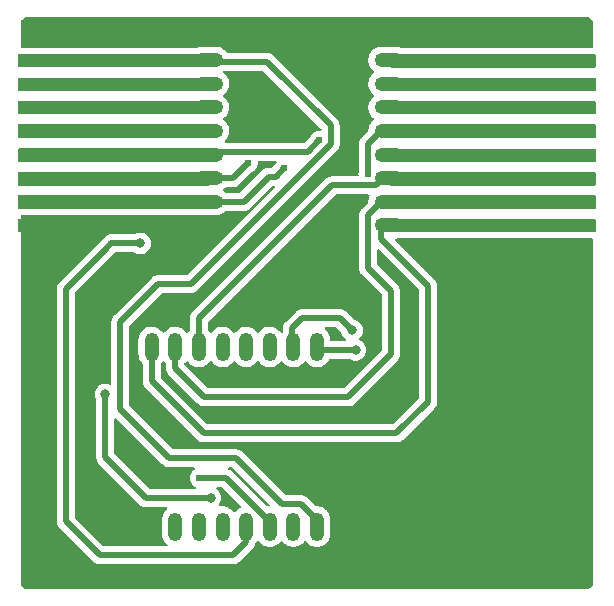
<source format=gbr>
%TF.GenerationSoftware,KiCad,Pcbnew,(6.0.0-0)*%
%TF.CreationDate,2022-07-24T14:36:36-07:00*%
%TF.ProjectId,ESP12_Harness,45535031-325f-4486-9172-6e6573732e6b,rev?*%
%TF.SameCoordinates,Original*%
%TF.FileFunction,Copper,L1,Top*%
%TF.FilePolarity,Positive*%
%FSLAX46Y46*%
G04 Gerber Fmt 4.6, Leading zero omitted, Abs format (unit mm)*
G04 Created by KiCad (PCBNEW (6.0.0-0)) date 2022-07-24 14:36:36*
%MOMM*%
%LPD*%
G01*
G04 APERTURE LIST*
%TA.AperFunction,ComponentPad*%
%ADD10O,2.416000X1.208000*%
%TD*%
%TA.AperFunction,ComponentPad*%
%ADD11O,1.208000X2.416000*%
%TD*%
%TA.AperFunction,ViaPad*%
%ADD12C,0.800000*%
%TD*%
%TA.AperFunction,ViaPad*%
%ADD13C,0.609600*%
%TD*%
%TA.AperFunction,Conductor*%
%ADD14C,0.508000*%
%TD*%
G04 APERTURE END LIST*
D10*
%TO.P,POGO-ESP-12,VCC,VCC*%
%TO.N,Net-(POGO-ESP-12-PadVCC)*%
X-33296700Y-18453100D03*
%TO.P,POGO-ESP-12,TX,TX*%
%TO.N,Net-(POGO-ESP-12-PadTX)*%
X-18088700Y-4453100D03*
%TO.P,POGO-ESP-12,RX,RX*%
%TO.N,Net-(POGO-ESP-12-PadRX)*%
X-18088700Y-6453100D03*
%TO.P,POGO-ESP-12,RESET,RESET*%
%TO.N,Net-(POGO-ESP-12-PadRESET)*%
X-33296700Y-4453100D03*
%TO.P,POGO-ESP-12,GPIO16,GPIO16*%
%TO.N,Net-(POGO-ESP-12-PadGPIO16)*%
X-33296700Y-10453100D03*
%TO.P,POGO-ESP-12,GPIO15,GPIO15*%
%TO.N,Net-(POGO-ESP-12-PadGPIO15)*%
X-18088700Y-16453100D03*
%TO.P,POGO-ESP-12,GPIO14,GPIO14*%
%TO.N,Net-(POGO-ESP-12-PadGPIO14)*%
X-33296700Y-12453100D03*
%TO.P,POGO-ESP-12,GPIO13,GPIO13*%
%TO.N,Net-(POGO-ESP-12-PadGPIO13)*%
X-33296700Y-16453100D03*
%TO.P,POGO-ESP-12,GPIO12,GPIO12*%
%TO.N,Net-(POGO-ESP-12-PadGPIO12)*%
X-33296700Y-14453100D03*
%TO.P,POGO-ESP-12,GPIO5,GPIO5*%
%TO.N,Net-(POGO-ESP-12-PadGPIO5)*%
X-18088700Y-10453100D03*
%TO.P,POGO-ESP-12,GPIO4,GPIO4*%
%TO.N,Net-(POGO-ESP-12-PadGPIO4)*%
X-18088700Y-8453100D03*
%TO.P,POGO-ESP-12,GPIO2,GPIO2*%
%TO.N,Net-(POGO-ESP-12-PadGPIO2)*%
X-18088700Y-14453100D03*
%TO.P,POGO-ESP-12,GPIO0,GPIO0*%
%TO.N,Net-(POGO-ESP-12-PadGPIO0)*%
X-18088700Y-12453100D03*
%TO.P,POGO-ESP-12,GND,GND*%
%TO.N,Net-(POGO-ESP-12-PadGND)*%
X-18088700Y-18453100D03*
%TO.P,POGO-ESP-12,CH_PD,CH_PD*%
%TO.N,Net-(POGO-ESP-12-PadCH_PD)*%
X-33296700Y-8453100D03*
%TO.P,POGO-ESP-12,ADC,ADC*%
%TO.N,Net-(POGO-ESP-12-PadADC)*%
X-33296700Y-6453100D03*
%TD*%
D11*
%TO.P,WEMOS-D1,ADC,ADC*%
%TO.N,Net-(POGO-ESP-12-PadADC)*%
X-26145200Y-43946600D03*
%TO.P,WEMOS-D1,CH_PD,CH_PD*%
%TO.N,Net-(POGO-ESP-12-PadCH_PD)*%
X-28145200Y-43946600D03*
%TO.P,WEMOS-D1,GND,GND*%
%TO.N,Net-(POGO-ESP-12-PadGND)*%
X-38145200Y-28738600D03*
%TO.P,WEMOS-D1,GPIO0,GPIO0*%
%TO.N,Net-(POGO-ESP-12-PadGPIO0)*%
X-32145200Y-28738600D03*
%TO.P,WEMOS-D1,GPIO2,GPIO2*%
%TO.N,Net-(POGO-ESP-12-PadGPIO2)*%
X-34145200Y-28738600D03*
%TO.P,WEMOS-D1,GPIO4,GPIO4*%
%TO.N,Net-(POGO-ESP-12-PadGPIO4)*%
X-28145200Y-28738600D03*
%TO.P,WEMOS-D1,GPIO5,GPIO5*%
%TO.N,Net-(POGO-ESP-12-PadGPIO5)*%
X-30145200Y-28738600D03*
%TO.P,WEMOS-D1,GPIO12,GPIO12*%
%TO.N,Net-(POGO-ESP-12-PadGPIO12)*%
X-34145200Y-43946600D03*
%TO.P,WEMOS-D1,GPIO13,GPIO13*%
%TO.N,Net-(POGO-ESP-12-PadGPIO13)*%
X-36145200Y-43946600D03*
%TO.P,WEMOS-D1,GPIO14,GPIO14*%
%TO.N,Net-(POGO-ESP-12-PadGPIO14)*%
X-32145200Y-43946600D03*
%TO.P,WEMOS-D1,GPIO15,GPIO15*%
%TO.N,Net-(POGO-ESP-12-PadGPIO15)*%
X-36145200Y-28738600D03*
%TO.P,WEMOS-D1,GPIO16,GPIO16*%
%TO.N,Net-(POGO-ESP-12-PadGPIO16)*%
X-30145200Y-43946600D03*
%TO.P,WEMOS-D1,RESET,RESET*%
%TO.N,Net-(POGO-ESP-12-PadRESET)*%
X-24145200Y-43946600D03*
%TO.P,WEMOS-D1,RX,RX*%
%TO.N,Net-(POGO-ESP-12-PadRX)*%
X-26145200Y-28738600D03*
%TO.P,WEMOS-D1,TX,TX*%
%TO.N,Net-(POGO-ESP-12-PadTX)*%
X-24145200Y-28738600D03*
%TO.P,WEMOS-D1,VCC,VCC*%
%TO.N,Net-(POGO-ESP-12-PadVCC)*%
X-38145200Y-43946600D03*
%TD*%
D12*
%TO.N,Net-(POGO-ESP-12-PadADC)*%
X-42062400Y-32766000D03*
X-33153400Y-41535400D03*
%TO.N,Net-(POGO-ESP-12-PadGPIO16)*%
X-39116000Y-19964400D03*
%TO.N,Net-(POGO-ESP-12-PadRX)*%
X-21183600Y-27330400D03*
%TO.N,Net-(POGO-ESP-12-PadTX)*%
X-20878800Y-29006800D03*
D13*
%TO.N,Net-(POGO-ESP-12-PadGPIO5)*%
X-19818400Y-14116100D03*
%TO.N,Net-(POGO-ESP-12-PadCH_PD)*%
X-34105900Y-39833600D03*
%TO.N,Net-(POGO-ESP-12-PadGPIO14)*%
X-23945900Y-11258600D03*
%TO.N,Net-(POGO-ESP-12-PadGPIO12)*%
X-29978400Y-13163600D03*
%TO.N,Net-(POGO-ESP-12-PadGPIO13)*%
X-26924000Y-13614400D03*
%TD*%
D14*
%TO.N,Net-(POGO-ESP-12-PadGPIO13)*%
X-28202771Y-14316829D02*
X-27626429Y-14316829D01*
X-27626429Y-14316829D02*
X-26924000Y-13614400D01*
X-32692700Y-16453100D02*
X-30339042Y-16453100D01*
X-30339042Y-16453100D02*
X-28202771Y-14316829D01*
%TO.N,Net-(POGO-ESP-12-PadGPIO12)*%
X-32692700Y-14453100D02*
X-31267900Y-14453100D01*
X-31267900Y-14453100D02*
X-29978400Y-13163600D01*
%TO.N,Net-(POGO-ESP-12-PadADC)*%
X-42062400Y-32766000D02*
X-42062400Y-38100000D01*
X-42062400Y-38100000D02*
X-38627000Y-41535400D01*
X-38627000Y-41535400D02*
X-33153400Y-41535400D01*
%TO.N,Net-(POGO-ESP-12-PadGPIO16)*%
X-39116000Y-19964400D02*
X-41554400Y-19964400D01*
X-45415200Y-23825200D02*
X-42037000Y-20447000D01*
X-41554400Y-19964400D02*
X-42037000Y-20447000D01*
%TO.N,Net-(POGO-ESP-12-PadRX)*%
X-21183600Y-27330400D02*
X-22199600Y-26314400D01*
X-26263600Y-29224200D02*
X-26145200Y-29342600D01*
X-22199600Y-26314400D02*
X-25400000Y-26314400D01*
X-25400000Y-26314400D02*
X-26263600Y-27178000D01*
X-26263600Y-27178000D02*
X-26263600Y-29224200D01*
%TO.N,Net-(POGO-ESP-12-PadTX)*%
X-20878800Y-29006800D02*
X-23809400Y-29006800D01*
X-23809400Y-29006800D02*
X-24145200Y-29342600D01*
%TO.N,Net-(POGO-ESP-12-PadGPIO2)*%
X-34145200Y-29342600D02*
X-34145200Y-26322000D01*
X-34145200Y-26322000D02*
X-22891800Y-15068600D01*
X-22891800Y-15068600D02*
X-19183400Y-15068600D01*
X-19183400Y-15068600D02*
X-18865900Y-14751100D01*
X-18865900Y-14751100D02*
X-18692700Y-14453100D01*
%TO.N,Net-(POGO-ESP-12-PadGPIO15)*%
X-36145200Y-29342600D02*
X-36145200Y-30555200D01*
X-36145200Y-30555200D02*
X-33680400Y-33020000D01*
X-33680400Y-33020000D02*
X-21539200Y-33020000D01*
X-17881600Y-23990400D02*
X-19818400Y-22053600D01*
X-19818400Y-22053600D02*
X-19818400Y-17608600D01*
X-21539200Y-33020000D02*
X-17881600Y-29362400D01*
X-17881600Y-29362400D02*
X-17881600Y-23990400D01*
X-19818400Y-17608600D02*
X-18865900Y-16656100D01*
X-18865900Y-16656100D02*
X-18692700Y-16453100D01*
%TO.N,Net-(POGO-ESP-12-PadGND)*%
X-38145200Y-29342600D02*
X-38145200Y-31654000D01*
X-33731200Y-36068000D02*
X-17424400Y-36068000D01*
X-17424400Y-36068000D02*
X-14732000Y-33375600D01*
X-38145200Y-31654000D02*
X-33731200Y-36068000D01*
X-14732000Y-33375600D02*
X-14732000Y-23571200D01*
X-14732000Y-23571200D02*
X-18692700Y-19610500D01*
X-18692700Y-19610500D02*
X-18692700Y-18453100D01*
%TO.N,Net-(POGO-ESP-12-PadRESET)*%
X-28390900Y-4591100D02*
X-22993400Y-9988600D01*
X-22993400Y-9988600D02*
X-22993400Y-11576100D01*
X-22993400Y-11576100D02*
X-34836100Y-23418800D01*
X-40792400Y-26619200D02*
X-40792400Y-34036000D01*
X-31007100Y-38169900D02*
X-27120900Y-42056100D01*
X-34836100Y-23418800D02*
X-37592000Y-23418800D01*
X-32518400Y-4591100D02*
X-28390900Y-4591100D01*
X-37592000Y-23418800D02*
X-40792400Y-26619200D01*
X-40792400Y-34036000D02*
X-36658500Y-38169900D01*
X-25533400Y-42056100D02*
X-24263400Y-43326100D01*
X-24263400Y-43326100D02*
X-24145200Y-43342600D01*
X-36658500Y-38169900D02*
X-31007100Y-38169900D01*
X-32692700Y-4453100D02*
X-32518400Y-4591100D01*
X-27120900Y-42056100D02*
X-25533400Y-42056100D01*
%TO.N,Net-(POGO-ESP-12-PadVCC)*%
X-38145200Y-43342600D02*
X-40020200Y-43342600D01*
X-34524950Y-21202650D02*
X-32518400Y-19196100D01*
X-40020200Y-43342600D02*
X-43332400Y-40030400D01*
X-43332400Y-40030400D02*
X-43332400Y-26314400D01*
X-43332400Y-26314400D02*
X-38220650Y-21202650D01*
X-38220650Y-21202650D02*
X-34524950Y-21202650D01*
X-32518400Y-19196100D02*
X-32518400Y-18561100D01*
X-32518400Y-18561100D02*
X-32692700Y-18453100D01*
%TO.N,Net-(POGO-ESP-12-PadGPIO16)*%
X-30145200Y-43342600D02*
X-30145200Y-45255200D01*
X-42510000Y-46390000D02*
X-45415200Y-43484800D01*
X-30145200Y-45255200D02*
X-31280000Y-46390000D01*
X-31280000Y-46390000D02*
X-42510000Y-46390000D01*
X-45415200Y-43484800D02*
X-45415200Y-23825200D01*
%TO.N,Net-(POGO-ESP-12-PadGPIO5)*%
X-18865900Y-10623600D02*
X-18692700Y-10453100D01*
X-18865900Y-10623600D02*
X-19818400Y-11576100D01*
X-19818400Y-11576100D02*
X-19818400Y-14116100D01*
%TO.N,Net-(POGO-ESP-12-PadCH_PD)*%
X-28390900Y-43326100D02*
X-28145200Y-43342600D01*
X-28390900Y-43326100D02*
X-31883400Y-39833600D01*
X-31883400Y-39833600D02*
X-34105900Y-39833600D01*
%TO.N,Net-(POGO-ESP-12-PadGPIO14)*%
X-32518400Y-12211100D02*
X-32692700Y-12453100D01*
X-23945900Y-11258600D02*
X-24898400Y-12211100D01*
X-24898400Y-12211100D02*
X-32518400Y-12211100D01*
%TD*%
%TA.AperFunction,Conductor*%
%TO.N,Net-(POGO-ESP-12-PadVCC)*%
G36*
X-33134900Y-19023500D02*
G01*
X-49366000Y-19023500D01*
X-49434121Y-19003498D01*
X-49480614Y-18949842D01*
X-49492000Y-18897500D01*
X-49492000Y-18006500D01*
X-49471998Y-17938379D01*
X-49418342Y-17891886D01*
X-49366000Y-17880500D01*
X-33134900Y-17880500D01*
X-33134900Y-19023500D01*
G37*
%TD.AperFunction*%
%TD*%
%TA.AperFunction,Conductor*%
%TO.N,Net-(POGO-ESP-12-PadGPIO13)*%
G36*
X-33243579Y-15919302D02*
G01*
X-33197086Y-15972958D01*
X-33185700Y-16025300D01*
X-33185700Y-16916300D01*
X-33205702Y-16984421D01*
X-33259358Y-17030914D01*
X-33311700Y-17042300D01*
X-49366000Y-17042300D01*
X-49434121Y-17022298D01*
X-49480614Y-16968642D01*
X-49492000Y-16916300D01*
X-49492000Y-16025300D01*
X-49471998Y-15957179D01*
X-49418342Y-15910686D01*
X-49366000Y-15899300D01*
X-33311700Y-15899300D01*
X-33243579Y-15919302D01*
G37*
%TD.AperFunction*%
%TD*%
%TA.AperFunction,Conductor*%
%TO.N,Net-(POGO-ESP-12-PadGPIO12)*%
G36*
X-33243579Y-13950802D02*
G01*
X-33197086Y-14004458D01*
X-33185700Y-14056800D01*
X-33185700Y-14947800D01*
X-33205702Y-15015921D01*
X-33259358Y-15062414D01*
X-33311700Y-15073800D01*
X-49366000Y-15073800D01*
X-49434121Y-15053798D01*
X-49480614Y-15000142D01*
X-49492000Y-14947800D01*
X-49492000Y-14056800D01*
X-49471998Y-13988679D01*
X-49418342Y-13942186D01*
X-49366000Y-13930800D01*
X-33311700Y-13930800D01*
X-33243579Y-13950802D01*
G37*
%TD.AperFunction*%
%TD*%
%TA.AperFunction,Conductor*%
%TO.N,Net-(POGO-ESP-12-PadGPIO14)*%
G36*
X-33180079Y-11956902D02*
G01*
X-33133586Y-12010558D01*
X-33122200Y-12062900D01*
X-33122200Y-12953900D01*
X-33142202Y-13022021D01*
X-33195858Y-13068514D01*
X-33248200Y-13079900D01*
X-49366000Y-13079900D01*
X-49434121Y-13059898D01*
X-49480614Y-13006242D01*
X-49492000Y-12953900D01*
X-49492000Y-12062900D01*
X-49471998Y-11994779D01*
X-49418342Y-11948286D01*
X-49366000Y-11936900D01*
X-33248200Y-11936900D01*
X-33180079Y-11956902D01*
G37*
%TD.AperFunction*%
%TD*%
%TA.AperFunction,Conductor*%
%TO.N,Net-(POGO-ESP-12-PadGPIO16)*%
G36*
X-33218179Y-9899502D02*
G01*
X-33171686Y-9953158D01*
X-33160300Y-10005500D01*
X-33160300Y-10896500D01*
X-33180302Y-10964621D01*
X-33233958Y-11011114D01*
X-33286300Y-11022500D01*
X-49366000Y-11022500D01*
X-49434121Y-11002498D01*
X-49480614Y-10948842D01*
X-49492000Y-10896500D01*
X-49492000Y-10005500D01*
X-49471998Y-9937379D01*
X-49418342Y-9890886D01*
X-49366000Y-9879500D01*
X-33286300Y-9879500D01*
X-33218179Y-9899502D01*
G37*
%TD.AperFunction*%
%TD*%
%TA.AperFunction,Conductor*%
%TO.N,Net-(POGO-ESP-12-PadCH_PD)*%
G36*
X-33129279Y-7905602D02*
G01*
X-33082786Y-7959258D01*
X-33071400Y-8011600D01*
X-33071400Y-8902600D01*
X-33091402Y-8970721D01*
X-33145058Y-9017214D01*
X-33197400Y-9028600D01*
X-49366000Y-9028600D01*
X-49434121Y-9008598D01*
X-49480614Y-8954942D01*
X-49492000Y-8902600D01*
X-49492000Y-8011600D01*
X-49471998Y-7943479D01*
X-49418342Y-7896986D01*
X-49366000Y-7885600D01*
X-33197400Y-7885600D01*
X-33129279Y-7905602D01*
G37*
%TD.AperFunction*%
%TD*%
%TA.AperFunction,Conductor*%
%TO.N,Net-(POGO-ESP-12-PadADC)*%
G36*
X-33141979Y-5949802D02*
G01*
X-33095486Y-6003458D01*
X-33084100Y-6055800D01*
X-33084100Y-6946800D01*
X-33104102Y-7014921D01*
X-33157758Y-7061414D01*
X-33210100Y-7072800D01*
X-49366000Y-7072800D01*
X-49434121Y-7052798D01*
X-49480614Y-6999142D01*
X-49492000Y-6946800D01*
X-49492000Y-6055800D01*
X-49471998Y-5987679D01*
X-49418342Y-5941186D01*
X-49366000Y-5929800D01*
X-33210100Y-5929800D01*
X-33141979Y-5949802D01*
G37*
%TD.AperFunction*%
%TD*%
%TA.AperFunction,Conductor*%
%TO.N,Net-(POGO-ESP-12-PadRESET)*%
G36*
X-33129279Y-3955902D02*
G01*
X-33082786Y-4009558D01*
X-33071400Y-4061900D01*
X-33071400Y-4952900D01*
X-33091402Y-5021021D01*
X-33145058Y-5067514D01*
X-33197400Y-5078900D01*
X-49366000Y-5078900D01*
X-49434121Y-5058898D01*
X-49480614Y-5005242D01*
X-49492000Y-4952900D01*
X-49492000Y-4061900D01*
X-49471998Y-3993779D01*
X-49418342Y-3947286D01*
X-49366000Y-3935900D01*
X-33197400Y-3935900D01*
X-33129279Y-3955902D01*
G37*
%TD.AperFunction*%
%TD*%
%TA.AperFunction,Conductor*%
%TO.N,Net-(POGO-ESP-12-PadGND)*%
G36*
X-565879Y-17905402D02*
G01*
X-519386Y-17959058D01*
X-508000Y-18011400D01*
X-508000Y-18902400D01*
X-528002Y-18970521D01*
X-581658Y-19017014D01*
X-634000Y-19028400D01*
X-17840500Y-19028400D01*
X-17908621Y-19008398D01*
X-17955114Y-18954742D01*
X-17966500Y-18902400D01*
X-17966500Y-18011400D01*
X-17946498Y-17943279D01*
X-17892842Y-17896786D01*
X-17840500Y-17885400D01*
X-634000Y-17885400D01*
X-565879Y-17905402D01*
G37*
%TD.AperFunction*%
%TD*%
%TA.AperFunction,Conductor*%
%TO.N,Net-(POGO-ESP-12-PadGPIO15)*%
G36*
X-565879Y-15924202D02*
G01*
X-519386Y-15977858D01*
X-508000Y-16030200D01*
X-508000Y-16921200D01*
X-528002Y-16989321D01*
X-581658Y-17035814D01*
X-634000Y-17047200D01*
X-17891300Y-17047200D01*
X-17959421Y-17027198D01*
X-18005914Y-16973542D01*
X-18017300Y-16921200D01*
X-18017300Y-16030200D01*
X-17997298Y-15962079D01*
X-17943642Y-15915586D01*
X-17891300Y-15904200D01*
X-634000Y-15904200D01*
X-565879Y-15924202D01*
G37*
%TD.AperFunction*%
%TD*%
%TA.AperFunction,Conductor*%
%TO.N,Net-(POGO-ESP-12-PadGPIO2)*%
G36*
X-565879Y-13955702D02*
G01*
X-519386Y-14009358D01*
X-508000Y-14061700D01*
X-508000Y-14952700D01*
X-528002Y-15020821D01*
X-581658Y-15067314D01*
X-634000Y-15078700D01*
X-17891300Y-15078700D01*
X-17959421Y-15058698D01*
X-18005914Y-15005042D01*
X-18017300Y-14952700D01*
X-18017300Y-14061700D01*
X-17997298Y-13993579D01*
X-17943642Y-13947086D01*
X-17891300Y-13935700D01*
X-634000Y-13935700D01*
X-565879Y-13955702D01*
G37*
%TD.AperFunction*%
%TD*%
%TA.AperFunction,Conductor*%
%TO.N,Net-(POGO-ESP-12-PadGPIO0)*%
G36*
X-565879Y-11961802D02*
G01*
X-519386Y-12015458D01*
X-508000Y-12067800D01*
X-508000Y-12958800D01*
X-528002Y-13026921D01*
X-581658Y-13073414D01*
X-634000Y-13084800D01*
X-17827800Y-13084800D01*
X-17895921Y-13064798D01*
X-17942414Y-13011142D01*
X-17953800Y-12958800D01*
X-17953800Y-12067800D01*
X-17933798Y-11999679D01*
X-17880142Y-11953186D01*
X-17827800Y-11941800D01*
X-634000Y-11941800D01*
X-565879Y-11961802D01*
G37*
%TD.AperFunction*%
%TD*%
%TA.AperFunction,Conductor*%
%TO.N,Net-(POGO-ESP-12-PadGPIO5)*%
G36*
X-565879Y-9904402D02*
G01*
X-519386Y-9958058D01*
X-508000Y-10010400D01*
X-508000Y-10901400D01*
X-528002Y-10969521D01*
X-581658Y-11016014D01*
X-634000Y-11027400D01*
X-17865900Y-11027400D01*
X-17934021Y-11007398D01*
X-17980514Y-10953742D01*
X-17991900Y-10901400D01*
X-17991900Y-10010400D01*
X-17971898Y-9942279D01*
X-17918242Y-9895786D01*
X-17865900Y-9884400D01*
X-634000Y-9884400D01*
X-565879Y-9904402D01*
G37*
%TD.AperFunction*%
%TD*%
%TA.AperFunction,Conductor*%
%TO.N,Net-(POGO-ESP-12-PadGPIO4)*%
G36*
X-565879Y-7910502D02*
G01*
X-519386Y-7964158D01*
X-508000Y-8016500D01*
X-508000Y-8907500D01*
X-528002Y-8975621D01*
X-581658Y-9022114D01*
X-634000Y-9033500D01*
X-17777000Y-9033500D01*
X-17845121Y-9013498D01*
X-17891614Y-8959842D01*
X-17903000Y-8907500D01*
X-17903000Y-8016500D01*
X-17882998Y-7948379D01*
X-17829342Y-7901886D01*
X-17777000Y-7890500D01*
X-634000Y-7890500D01*
X-565879Y-7910502D01*
G37*
%TD.AperFunction*%
%TD*%
%TA.AperFunction,Conductor*%
%TO.N,Net-(POGO-ESP-12-PadRX)*%
G36*
X-565879Y-5954702D02*
G01*
X-519386Y-6008358D01*
X-508000Y-6060700D01*
X-508000Y-6951700D01*
X-528002Y-7019821D01*
X-581658Y-7066314D01*
X-634000Y-7077700D01*
X-17789700Y-7077700D01*
X-17857821Y-7057698D01*
X-17904314Y-7004042D01*
X-17915700Y-6951700D01*
X-17915700Y-6060700D01*
X-17895698Y-5992579D01*
X-17842042Y-5946086D01*
X-17789700Y-5934700D01*
X-634000Y-5934700D01*
X-565879Y-5954702D01*
G37*
%TD.AperFunction*%
%TD*%
%TA.AperFunction,Conductor*%
%TO.N,Net-(POGO-ESP-12-PadTX)*%
G36*
X-565879Y-3960802D02*
G01*
X-519386Y-4014458D01*
X-508000Y-4066800D01*
X-508000Y-4957800D01*
X-528002Y-5025921D01*
X-581658Y-5072414D01*
X-634000Y-5083800D01*
X-17777000Y-5083800D01*
X-17845121Y-5063798D01*
X-17891614Y-5010142D01*
X-17903000Y-4957800D01*
X-17903000Y-4066800D01*
X-17882998Y-3998679D01*
X-17829342Y-3952186D01*
X-17777000Y-3940800D01*
X-634000Y-3940800D01*
X-565879Y-3960802D01*
G37*
%TD.AperFunction*%
%TD*%
%TA.AperFunction,Conductor*%
%TO.N,Net-(POGO-ESP-12-PadVCC)*%
G36*
X-1105711Y-810465D02*
G01*
X-1028706Y-868110D01*
X-1017858Y-877510D01*
X-877510Y-1017858D01*
X-868111Y-1028706D01*
X-797766Y-1122676D01*
X-777700Y-1182963D01*
X-777700Y-3332200D01*
X-796913Y-3391331D01*
X-847213Y-3427876D01*
X-878300Y-3432800D01*
X-17020646Y-3432800D01*
X-17058250Y-3425507D01*
X-17162850Y-3383352D01*
X-17162857Y-3383350D01*
X-17167296Y-3381561D01*
X-17285965Y-3358387D01*
X-17372090Y-3341568D01*
X-17372093Y-3341568D01*
X-17375645Y-3340874D01*
X-17379259Y-3340697D01*
X-17379261Y-3340697D01*
X-17379546Y-3340683D01*
X-17381247Y-3340600D01*
X-18745736Y-3340600D01*
X-18748112Y-3340827D01*
X-18748119Y-3340827D01*
X-18816997Y-3347399D01*
X-18904026Y-3355702D01*
X-18908612Y-3357047D01*
X-18908615Y-3357048D01*
X-18981847Y-3378532D01*
X-19107726Y-3415461D01*
X-19111979Y-3417651D01*
X-19111983Y-3417653D01*
X-19292188Y-3510465D01*
X-19292191Y-3510467D01*
X-19296451Y-3512661D01*
X-19300223Y-3515624D01*
X-19459626Y-3640836D01*
X-19459629Y-3640839D01*
X-19463391Y-3643794D01*
X-19466528Y-3647409D01*
X-19466530Y-3647411D01*
X-19532003Y-3722863D01*
X-19602523Y-3804130D01*
X-19604920Y-3808273D01*
X-19604922Y-3808276D01*
X-19706428Y-3983735D01*
X-19706430Y-3983739D01*
X-19708826Y-3987881D01*
X-19778464Y-4188419D01*
X-19808926Y-4398507D01*
X-19799111Y-4610566D01*
X-19797990Y-4615218D01*
X-19797989Y-4615224D01*
X-19769214Y-4734617D01*
X-19749374Y-4816942D01*
X-19661509Y-5010190D01*
X-19538687Y-5183337D01*
X-19385340Y-5330135D01*
X-19381318Y-5332732D01*
X-19327503Y-5367480D01*
X-19288249Y-5415696D01*
X-19284833Y-5477776D01*
X-19319930Y-5531104D01*
X-19459626Y-5640836D01*
X-19459629Y-5640839D01*
X-19463391Y-5643794D01*
X-19466528Y-5647409D01*
X-19466530Y-5647411D01*
X-19532003Y-5722863D01*
X-19602523Y-5804130D01*
X-19604920Y-5808273D01*
X-19604922Y-5808276D01*
X-19706428Y-5983735D01*
X-19706430Y-5983739D01*
X-19708826Y-5987881D01*
X-19778464Y-6188419D01*
X-19808926Y-6398507D01*
X-19799111Y-6610566D01*
X-19797990Y-6615218D01*
X-19797989Y-6615224D01*
X-19774413Y-6713047D01*
X-19749374Y-6816942D01*
X-19661509Y-7010190D01*
X-19538687Y-7183337D01*
X-19385340Y-7330135D01*
X-19381318Y-7332732D01*
X-19327503Y-7367480D01*
X-19288249Y-7415696D01*
X-19284833Y-7477776D01*
X-19319930Y-7531104D01*
X-19459626Y-7640836D01*
X-19459629Y-7640839D01*
X-19463391Y-7643794D01*
X-19466528Y-7647409D01*
X-19466530Y-7647411D01*
X-19532003Y-7722863D01*
X-19602523Y-7804130D01*
X-19604920Y-7808273D01*
X-19604922Y-7808276D01*
X-19706428Y-7983735D01*
X-19706430Y-7983739D01*
X-19708826Y-7987881D01*
X-19778464Y-8188419D01*
X-19808926Y-8398507D01*
X-19799111Y-8610566D01*
X-19797990Y-8615218D01*
X-19797989Y-8615224D01*
X-19774413Y-8713047D01*
X-19749374Y-8816942D01*
X-19661509Y-9010190D01*
X-19538687Y-9183337D01*
X-19385340Y-9330135D01*
X-19381318Y-9332732D01*
X-19327503Y-9367480D01*
X-19288249Y-9415696D01*
X-19284833Y-9477776D01*
X-19319930Y-9531104D01*
X-19459626Y-9640836D01*
X-19459629Y-9640839D01*
X-19463391Y-9643794D01*
X-19466528Y-9647409D01*
X-19466530Y-9647411D01*
X-19593958Y-9794260D01*
X-19602523Y-9804130D01*
X-19604920Y-9808273D01*
X-19604922Y-9808276D01*
X-19706428Y-9983735D01*
X-19706430Y-9983739D01*
X-19708826Y-9987881D01*
X-19778464Y-10188419D01*
X-19808926Y-10398507D01*
X-19807008Y-10439940D01*
X-19823466Y-10499896D01*
X-19836365Y-10515727D01*
X-20311292Y-10990654D01*
X-20322791Y-11000536D01*
X-20341964Y-11014646D01*
X-20345748Y-11019099D01*
X-20345747Y-11019099D01*
X-20377045Y-11055939D01*
X-20382578Y-11061940D01*
X-20389053Y-11068415D01*
X-20390871Y-11070712D01*
X-20390872Y-11070714D01*
X-20407065Y-11091181D01*
X-20409292Y-11093897D01*
X-20457084Y-11150151D01*
X-20459745Y-11155363D01*
X-20462985Y-11160220D01*
X-20463092Y-11160149D01*
X-20464971Y-11163075D01*
X-20464862Y-11163142D01*
X-20467936Y-11168119D01*
X-20471560Y-11172700D01*
X-20474034Y-11177993D01*
X-20474035Y-11177995D01*
X-20502820Y-11239585D01*
X-20504362Y-11242740D01*
X-20517714Y-11268889D01*
X-20537943Y-11308504D01*
X-20539332Y-11314180D01*
X-20541370Y-11319660D01*
X-20541490Y-11319615D01*
X-20542646Y-11322899D01*
X-20542524Y-11322940D01*
X-20544366Y-11328477D01*
X-20546844Y-11333779D01*
X-20548035Y-11339507D01*
X-20548036Y-11339509D01*
X-20561882Y-11406080D01*
X-20562648Y-11409469D01*
X-20580204Y-11481212D01*
X-20580900Y-11492430D01*
X-20581137Y-11492415D01*
X-20581592Y-11496289D01*
X-20581342Y-11496311D01*
X-20581862Y-11502133D01*
X-20583052Y-11507856D01*
X-20582894Y-11513699D01*
X-20582894Y-11513701D01*
X-20580937Y-11586010D01*
X-20580900Y-11588731D01*
X-20580900Y-13815250D01*
X-20586967Y-13849657D01*
X-20613898Y-13923649D01*
X-20614602Y-13929224D01*
X-20614603Y-13929227D01*
X-20631337Y-14061700D01*
X-20636766Y-14104673D01*
X-20627842Y-14195683D01*
X-20641193Y-14256407D01*
X-20687686Y-14297686D01*
X-20727962Y-14306100D01*
X-22826346Y-14306100D01*
X-22841475Y-14304956D01*
X-22865008Y-14301376D01*
X-22909021Y-14304956D01*
X-22919016Y-14305769D01*
X-22927172Y-14306100D01*
X-22936325Y-14306100D01*
X-22950115Y-14307708D01*
X-22965125Y-14309457D01*
X-22968616Y-14309803D01*
X-22988747Y-14311441D01*
X-23042226Y-14315791D01*
X-23047785Y-14317592D01*
X-23053516Y-14318737D01*
X-23053541Y-14318612D01*
X-23056944Y-14319354D01*
X-23056915Y-14319478D01*
X-23062603Y-14320822D01*
X-23068407Y-14321499D01*
X-23073897Y-14323492D01*
X-23073898Y-14323492D01*
X-23137798Y-14346687D01*
X-23141120Y-14347828D01*
X-23211375Y-14370587D01*
X-23216376Y-14373622D01*
X-23221684Y-14376052D01*
X-23221737Y-14375936D01*
X-23224881Y-14377443D01*
X-23224824Y-14377556D01*
X-23230051Y-14380173D01*
X-23235541Y-14382166D01*
X-23240425Y-14385368D01*
X-23240429Y-14385370D01*
X-23297291Y-14422650D01*
X-23300239Y-14424511D01*
X-23331483Y-14443471D01*
X-23359552Y-14460503D01*
X-23359556Y-14460506D01*
X-23363381Y-14462827D01*
X-23371805Y-14470267D01*
X-23371915Y-14470142D01*
X-23374991Y-14472549D01*
X-23374864Y-14472701D01*
X-23379349Y-14476450D01*
X-23384235Y-14479654D01*
X-23388251Y-14483893D01*
X-23388253Y-14483895D01*
X-23438004Y-14536414D01*
X-23439902Y-14538364D01*
X-34638092Y-25736554D01*
X-34649591Y-25746436D01*
X-34668764Y-25760546D01*
X-34672548Y-25764999D01*
X-34672547Y-25764999D01*
X-34703845Y-25801839D01*
X-34709378Y-25807840D01*
X-34715853Y-25814315D01*
X-34717671Y-25816612D01*
X-34717672Y-25816614D01*
X-34733865Y-25837081D01*
X-34736092Y-25839797D01*
X-34783884Y-25896051D01*
X-34786545Y-25901263D01*
X-34789785Y-25906120D01*
X-34789892Y-25906049D01*
X-34791771Y-25908975D01*
X-34791662Y-25909042D01*
X-34794736Y-25914019D01*
X-34798360Y-25918600D01*
X-34800834Y-25923893D01*
X-34800835Y-25923895D01*
X-34829620Y-25985485D01*
X-34831160Y-25988637D01*
X-34864743Y-26054404D01*
X-34866132Y-26060080D01*
X-34868170Y-26065560D01*
X-34868290Y-26065515D01*
X-34869446Y-26068799D01*
X-34869324Y-26068840D01*
X-34871166Y-26074377D01*
X-34873644Y-26079679D01*
X-34874835Y-26085407D01*
X-34874836Y-26085409D01*
X-34888682Y-26151980D01*
X-34889448Y-26155369D01*
X-34907004Y-26227112D01*
X-34907700Y-26238330D01*
X-34907937Y-26238315D01*
X-34908392Y-26242189D01*
X-34908142Y-26242211D01*
X-34908662Y-26248033D01*
X-34909852Y-26253756D01*
X-34909694Y-26259599D01*
X-34909694Y-26259601D01*
X-34907737Y-26331910D01*
X-34907700Y-26334631D01*
X-34907700Y-27281925D01*
X-34926913Y-27341056D01*
X-34935630Y-27351491D01*
X-34939908Y-27355960D01*
X-35022235Y-27441960D01*
X-35024832Y-27445982D01*
X-35059580Y-27499797D01*
X-35107796Y-27539051D01*
X-35169876Y-27542467D01*
X-35223204Y-27507370D01*
X-35332936Y-27367674D01*
X-35332939Y-27367671D01*
X-35335894Y-27363909D01*
X-35339511Y-27360770D01*
X-35492611Y-27227917D01*
X-35492614Y-27227915D01*
X-35496230Y-27224777D01*
X-35500373Y-27222380D01*
X-35500376Y-27222378D01*
X-35675835Y-27120872D01*
X-35675839Y-27120870D01*
X-35679981Y-27118474D01*
X-35880519Y-27048836D01*
X-36035651Y-27026342D01*
X-36085868Y-27019061D01*
X-36085869Y-27019061D01*
X-36090607Y-27018374D01*
X-36213614Y-27024067D01*
X-36297877Y-27027967D01*
X-36297881Y-27027968D01*
X-36302666Y-27028189D01*
X-36307318Y-27029310D01*
X-36307324Y-27029311D01*
X-36426717Y-27058086D01*
X-36509042Y-27077926D01*
X-36702290Y-27165791D01*
X-36875437Y-27288613D01*
X-37022235Y-27441960D01*
X-37024832Y-27445982D01*
X-37059580Y-27499797D01*
X-37107796Y-27539051D01*
X-37169876Y-27542467D01*
X-37223204Y-27507370D01*
X-37332936Y-27367674D01*
X-37332939Y-27367671D01*
X-37335894Y-27363909D01*
X-37339511Y-27360770D01*
X-37492611Y-27227917D01*
X-37492614Y-27227915D01*
X-37496230Y-27224777D01*
X-37500373Y-27222380D01*
X-37500376Y-27222378D01*
X-37675835Y-27120872D01*
X-37675839Y-27120870D01*
X-37679981Y-27118474D01*
X-37880519Y-27048836D01*
X-38035651Y-27026342D01*
X-38085868Y-27019061D01*
X-38085869Y-27019061D01*
X-38090607Y-27018374D01*
X-38213614Y-27024067D01*
X-38297877Y-27027967D01*
X-38297881Y-27027968D01*
X-38302666Y-27028189D01*
X-38307318Y-27029310D01*
X-38307324Y-27029311D01*
X-38426717Y-27058086D01*
X-38509042Y-27077926D01*
X-38702290Y-27165791D01*
X-38875437Y-27288613D01*
X-39022235Y-27441960D01*
X-39137387Y-27620299D01*
X-39139176Y-27624738D01*
X-39139177Y-27624740D01*
X-39177396Y-27719574D01*
X-39216739Y-27817196D01*
X-39217656Y-27821893D01*
X-39253598Y-28005945D01*
X-39257426Y-28025545D01*
X-39257700Y-28031147D01*
X-39257700Y-29395636D01*
X-39257473Y-29398012D01*
X-39257473Y-29398019D01*
X-39252888Y-29446070D01*
X-39242598Y-29553926D01*
X-39182839Y-29757626D01*
X-39180649Y-29761879D01*
X-39180647Y-29761883D01*
X-39087835Y-29942088D01*
X-39085639Y-29946351D01*
X-39082676Y-29950123D01*
X-38957464Y-30109526D01*
X-38957461Y-30109529D01*
X-38954506Y-30113291D01*
X-38950891Y-30116428D01*
X-38950888Y-30116431D01*
X-38942366Y-30123826D01*
X-38910298Y-30177092D01*
X-38907700Y-30199806D01*
X-38907700Y-31588546D01*
X-38908844Y-31603675D01*
X-38912424Y-31627208D01*
X-38911950Y-31633034D01*
X-38908031Y-31681216D01*
X-38907700Y-31689372D01*
X-38907700Y-31698525D01*
X-38907360Y-31701439D01*
X-38904343Y-31727325D01*
X-38903997Y-31730816D01*
X-38898009Y-31804426D01*
X-38896208Y-31809985D01*
X-38895063Y-31815716D01*
X-38895188Y-31815741D01*
X-38894446Y-31819144D01*
X-38894322Y-31819115D01*
X-38892978Y-31824803D01*
X-38892301Y-31830607D01*
X-38890308Y-31836097D01*
X-38890308Y-31836098D01*
X-38867113Y-31899998D01*
X-38865972Y-31903320D01*
X-38843213Y-31973575D01*
X-38840178Y-31978576D01*
X-38837748Y-31983884D01*
X-38837864Y-31983937D01*
X-38836357Y-31987081D01*
X-38836244Y-31987024D01*
X-38833627Y-31992251D01*
X-38831634Y-31997741D01*
X-38828432Y-32002625D01*
X-38828430Y-32002629D01*
X-38791150Y-32059491D01*
X-38789289Y-32062439D01*
X-38750973Y-32125581D01*
X-38748007Y-32128939D01*
X-38743533Y-32134005D01*
X-38743658Y-32134115D01*
X-38741251Y-32137191D01*
X-38741099Y-32137064D01*
X-38737350Y-32141549D01*
X-38734146Y-32146435D01*
X-38729907Y-32150451D01*
X-38729905Y-32150453D01*
X-38677386Y-32200204D01*
X-38675436Y-32202102D01*
X-34316646Y-36560892D01*
X-34306764Y-36572391D01*
X-34292654Y-36591564D01*
X-34283667Y-36599199D01*
X-34251361Y-36626645D01*
X-34245360Y-36632178D01*
X-34238885Y-36638653D01*
X-34236588Y-36640471D01*
X-34236586Y-36640472D01*
X-34216119Y-36656665D01*
X-34213403Y-36658892D01*
X-34157149Y-36706684D01*
X-34151937Y-36709345D01*
X-34147080Y-36712585D01*
X-34147151Y-36712692D01*
X-34144225Y-36714571D01*
X-34144158Y-36714462D01*
X-34139181Y-36717536D01*
X-34134600Y-36721160D01*
X-34129307Y-36723634D01*
X-34129305Y-36723635D01*
X-34067731Y-36752413D01*
X-34064577Y-36753954D01*
X-33998796Y-36787543D01*
X-33993122Y-36788931D01*
X-33987640Y-36790970D01*
X-33987685Y-36791090D01*
X-33984403Y-36792245D01*
X-33984362Y-36792123D01*
X-33978821Y-36793966D01*
X-33973520Y-36796444D01*
X-33901201Y-36811487D01*
X-33897824Y-36812250D01*
X-33826088Y-36829804D01*
X-33821617Y-36830081D01*
X-33821613Y-36830082D01*
X-33814870Y-36830500D01*
X-33814885Y-36830743D01*
X-33811011Y-36831196D01*
X-33810988Y-36830942D01*
X-33805166Y-36831462D01*
X-33799443Y-36832652D01*
X-33793600Y-36832494D01*
X-33793598Y-36832494D01*
X-33721290Y-36830537D01*
X-33718569Y-36830500D01*
X-17489854Y-36830500D01*
X-17474725Y-36831644D01*
X-17451192Y-36835224D01*
X-17406399Y-36831581D01*
X-17397184Y-36830831D01*
X-17389028Y-36830500D01*
X-17379875Y-36830500D01*
X-17364760Y-36828738D01*
X-17351075Y-36827143D01*
X-17347584Y-36826797D01*
X-17327453Y-36825159D01*
X-17273974Y-36820809D01*
X-17268415Y-36819008D01*
X-17262684Y-36817863D01*
X-17262659Y-36817988D01*
X-17259256Y-36817246D01*
X-17259285Y-36817122D01*
X-17253597Y-36815778D01*
X-17247793Y-36815101D01*
X-17199675Y-36797635D01*
X-17178402Y-36789913D01*
X-17175080Y-36788772D01*
X-17163088Y-36784887D01*
X-17104825Y-36766013D01*
X-17099824Y-36762978D01*
X-17094516Y-36760548D01*
X-17094463Y-36760664D01*
X-17091319Y-36759157D01*
X-17091376Y-36759044D01*
X-17086149Y-36756427D01*
X-17080659Y-36754434D01*
X-17075775Y-36751232D01*
X-17075771Y-36751230D01*
X-17018909Y-36713950D01*
X-17015961Y-36712089D01*
X-16984717Y-36693129D01*
X-16956648Y-36676097D01*
X-16956644Y-36676094D01*
X-16952819Y-36673773D01*
X-16944395Y-36666333D01*
X-16944285Y-36666458D01*
X-16941209Y-36664051D01*
X-16941336Y-36663899D01*
X-16936851Y-36660150D01*
X-16931965Y-36656946D01*
X-16903260Y-36626645D01*
X-16878196Y-36600186D01*
X-16876298Y-36598236D01*
X-14239108Y-33961046D01*
X-14227609Y-33951164D01*
X-14208436Y-33937054D01*
X-14173355Y-33895761D01*
X-14167822Y-33889760D01*
X-14161347Y-33883285D01*
X-14159528Y-33880986D01*
X-14143335Y-33860519D01*
X-14141107Y-33857802D01*
X-14093316Y-33801549D01*
X-14090655Y-33796337D01*
X-14087415Y-33791480D01*
X-14087308Y-33791551D01*
X-14085429Y-33788625D01*
X-14085538Y-33788558D01*
X-14082464Y-33783581D01*
X-14078840Y-33779000D01*
X-14076167Y-33773282D01*
X-14047587Y-33712131D01*
X-14046046Y-33708977D01*
X-14023119Y-33664076D01*
X-14012457Y-33643196D01*
X-14011069Y-33637522D01*
X-14009030Y-33632040D01*
X-14008910Y-33632085D01*
X-14007755Y-33628803D01*
X-14007877Y-33628762D01*
X-14006034Y-33623221D01*
X-14003556Y-33617920D01*
X-13988513Y-33545601D01*
X-13987744Y-33542200D01*
X-13986926Y-33538860D01*
X-13970196Y-33470488D01*
X-13969500Y-33459270D01*
X-13969257Y-33459285D01*
X-13968804Y-33455411D01*
X-13969058Y-33455388D01*
X-13968538Y-33449566D01*
X-13967348Y-33443843D01*
X-13969463Y-33365690D01*
X-13969500Y-33362969D01*
X-13969500Y-23636655D01*
X-13968356Y-23621524D01*
X-13965655Y-23603770D01*
X-13964776Y-23597993D01*
X-13969169Y-23543985D01*
X-13969500Y-23535829D01*
X-13969500Y-23526675D01*
X-13972857Y-23497877D01*
X-13973203Y-23494386D01*
X-13978718Y-23426594D01*
X-13979191Y-23420774D01*
X-13980992Y-23415216D01*
X-13982137Y-23409484D01*
X-13982012Y-23409459D01*
X-13982754Y-23406056D01*
X-13982878Y-23406085D01*
X-13984222Y-23400397D01*
X-13984899Y-23394593D01*
X-14004119Y-23341642D01*
X-14010087Y-23325202D01*
X-14011228Y-23321880D01*
X-14028618Y-23268199D01*
X-14033987Y-23251625D01*
X-14037022Y-23246624D01*
X-14039452Y-23241316D01*
X-14039336Y-23241263D01*
X-14040843Y-23238119D01*
X-14040956Y-23238176D01*
X-14043573Y-23232949D01*
X-14045566Y-23227459D01*
X-14048768Y-23222575D01*
X-14048770Y-23222571D01*
X-14086050Y-23165709D01*
X-14087911Y-23162761D01*
X-14126227Y-23099619D01*
X-14133667Y-23091195D01*
X-14133542Y-23091085D01*
X-14135949Y-23088009D01*
X-14136101Y-23088136D01*
X-14139850Y-23083651D01*
X-14143054Y-23078765D01*
X-14147293Y-23074749D01*
X-14147295Y-23074747D01*
X-14199814Y-23024996D01*
X-14201764Y-23023098D01*
X-17488440Y-19736422D01*
X-17516666Y-19681024D01*
X-17506940Y-19619616D01*
X-17462976Y-19575652D01*
X-17426860Y-19565142D01*
X-17361135Y-19558871D01*
X-17273374Y-19550498D01*
X-17268788Y-19549152D01*
X-17268785Y-19549152D01*
X-17239185Y-19540468D01*
X-17210866Y-19536400D01*
X-878300Y-19536400D01*
X-819169Y-19555613D01*
X-782624Y-19605913D01*
X-777700Y-19637000D01*
X-777700Y-48817036D01*
X-797766Y-48877323D01*
X-868108Y-48971289D01*
X-877507Y-48982137D01*
X-1017859Y-49122489D01*
X-1028707Y-49131888D01*
X-1088614Y-49176734D01*
X-1148901Y-49196800D01*
X-48851099Y-49196800D01*
X-48911386Y-49176734D01*
X-48971293Y-49131888D01*
X-48982141Y-49122489D01*
X-49122491Y-48982139D01*
X-49131890Y-48971292D01*
X-49164034Y-48928353D01*
X-49184100Y-48868065D01*
X-49184100Y-19023500D01*
X-33134900Y-19023500D01*
X-33134900Y-17880500D01*
X-49184100Y-17880500D01*
X-49184100Y-17650900D01*
X-49164887Y-17591769D01*
X-49114587Y-17555224D01*
X-49083500Y-17550300D01*
X-34096431Y-17550300D01*
X-34077150Y-17552165D01*
X-34013310Y-17564632D01*
X-34013307Y-17564632D01*
X-34009755Y-17565326D01*
X-34006141Y-17565503D01*
X-34006139Y-17565503D01*
X-34005854Y-17565517D01*
X-34004153Y-17565600D01*
X-32639664Y-17565600D01*
X-32637288Y-17565373D01*
X-32637281Y-17565373D01*
X-32568403Y-17558801D01*
X-32481374Y-17550498D01*
X-32476788Y-17549153D01*
X-32476785Y-17549152D01*
X-32394221Y-17524930D01*
X-32277674Y-17490739D01*
X-32273421Y-17488549D01*
X-32273417Y-17488547D01*
X-32093212Y-17395735D01*
X-32093209Y-17395733D01*
X-32088949Y-17393539D01*
X-32040447Y-17355440D01*
X-31925774Y-17265364D01*
X-31925771Y-17265361D01*
X-31922009Y-17262406D01*
X-31911474Y-17250266D01*
X-31858208Y-17218198D01*
X-31835494Y-17215600D01*
X-30404496Y-17215600D01*
X-30389367Y-17216744D01*
X-30365834Y-17220324D01*
X-30311827Y-17215931D01*
X-30303670Y-17215600D01*
X-30294517Y-17215600D01*
X-30280727Y-17213992D01*
X-30265717Y-17212243D01*
X-30262226Y-17211897D01*
X-30242095Y-17210259D01*
X-30188616Y-17205909D01*
X-30183057Y-17204108D01*
X-30177326Y-17202963D01*
X-30177301Y-17203088D01*
X-30173898Y-17202346D01*
X-30173927Y-17202222D01*
X-30168239Y-17200878D01*
X-30162435Y-17200201D01*
X-30149690Y-17195575D01*
X-30093044Y-17175013D01*
X-30089722Y-17173872D01*
X-30080679Y-17170942D01*
X-30019467Y-17151113D01*
X-30014466Y-17148078D01*
X-30009158Y-17145648D01*
X-30009105Y-17145764D01*
X-30005961Y-17144257D01*
X-30006018Y-17144144D01*
X-30000791Y-17141527D01*
X-29995301Y-17139534D01*
X-29990417Y-17136332D01*
X-29990413Y-17136330D01*
X-29933551Y-17099050D01*
X-29930603Y-17097189D01*
X-29896710Y-17076622D01*
X-29871290Y-17061197D01*
X-29871286Y-17061194D01*
X-29867461Y-17058873D01*
X-29859037Y-17051433D01*
X-29858927Y-17051558D01*
X-29855851Y-17049151D01*
X-29855978Y-17048999D01*
X-29851493Y-17045250D01*
X-29846607Y-17042046D01*
X-29828710Y-17023154D01*
X-29792838Y-16985286D01*
X-29790940Y-16983336D01*
X-27916398Y-15108794D01*
X-27861000Y-15080568D01*
X-27845263Y-15079329D01*
X-27817837Y-15079329D01*
X-27758706Y-15098542D01*
X-27722161Y-15148842D01*
X-27722161Y-15211016D01*
X-27746702Y-15251064D01*
X-35122473Y-22626835D01*
X-35177871Y-22655061D01*
X-35193608Y-22656300D01*
X-37526546Y-22656300D01*
X-37541675Y-22655156D01*
X-37565208Y-22651576D01*
X-37608053Y-22655061D01*
X-37619216Y-22655969D01*
X-37627372Y-22656300D01*
X-37636525Y-22656300D01*
X-37650315Y-22657908D01*
X-37665325Y-22659657D01*
X-37668816Y-22660003D01*
X-37688947Y-22661641D01*
X-37742426Y-22665991D01*
X-37747985Y-22667792D01*
X-37753716Y-22668937D01*
X-37753741Y-22668812D01*
X-37757144Y-22669554D01*
X-37757115Y-22669678D01*
X-37762803Y-22671022D01*
X-37768607Y-22671699D01*
X-37774097Y-22673692D01*
X-37774098Y-22673692D01*
X-37837998Y-22696887D01*
X-37841320Y-22698028D01*
X-37911575Y-22720787D01*
X-37916576Y-22723822D01*
X-37921884Y-22726252D01*
X-37921937Y-22726136D01*
X-37925081Y-22727643D01*
X-37925024Y-22727756D01*
X-37930251Y-22730373D01*
X-37935741Y-22732366D01*
X-37940625Y-22735568D01*
X-37940629Y-22735570D01*
X-37997491Y-22772850D01*
X-38000439Y-22774711D01*
X-38063581Y-22813027D01*
X-38066938Y-22815993D01*
X-38066943Y-22815996D01*
X-38072005Y-22820468D01*
X-38072163Y-22820290D01*
X-38075223Y-22822707D01*
X-38075063Y-22822899D01*
X-38079552Y-22826653D01*
X-38084435Y-22829854D01*
X-38138221Y-22886632D01*
X-38140119Y-22888582D01*
X-41285292Y-26033754D01*
X-41296791Y-26043636D01*
X-41315964Y-26057746D01*
X-41319748Y-26062199D01*
X-41319747Y-26062199D01*
X-41351045Y-26099039D01*
X-41356578Y-26105040D01*
X-41363053Y-26111515D01*
X-41364871Y-26113812D01*
X-41364872Y-26113814D01*
X-41381065Y-26134281D01*
X-41383292Y-26136997D01*
X-41431084Y-26193251D01*
X-41433745Y-26198463D01*
X-41436985Y-26203320D01*
X-41437092Y-26203249D01*
X-41438971Y-26206175D01*
X-41438862Y-26206242D01*
X-41441936Y-26211219D01*
X-41445560Y-26215800D01*
X-41448034Y-26221093D01*
X-41448035Y-26221095D01*
X-41476820Y-26282685D01*
X-41478360Y-26285837D01*
X-41511943Y-26351604D01*
X-41513332Y-26357280D01*
X-41515370Y-26362760D01*
X-41515490Y-26362715D01*
X-41516646Y-26365999D01*
X-41516524Y-26366040D01*
X-41518366Y-26371577D01*
X-41520844Y-26376879D01*
X-41534382Y-26441970D01*
X-41535882Y-26449180D01*
X-41536648Y-26452569D01*
X-41554204Y-26524312D01*
X-41554900Y-26535530D01*
X-41555137Y-26535515D01*
X-41555592Y-26539389D01*
X-41555342Y-26539411D01*
X-41555862Y-26545233D01*
X-41557052Y-26550956D01*
X-41556894Y-26556799D01*
X-41556894Y-26556801D01*
X-41554937Y-26629110D01*
X-41554900Y-26631831D01*
X-41554900Y-31842566D01*
X-41574113Y-31901697D01*
X-41624413Y-31938242D01*
X-41686587Y-31938242D01*
X-41696418Y-31934469D01*
X-41780112Y-31897206D01*
X-41785262Y-31896111D01*
X-41785263Y-31896111D01*
X-41961759Y-31858595D01*
X-41961764Y-31858594D01*
X-41966913Y-31857500D01*
X-42157887Y-31857500D01*
X-42163036Y-31858594D01*
X-42163041Y-31858595D01*
X-42339537Y-31896111D01*
X-42339538Y-31896111D01*
X-42344688Y-31897206D01*
X-42519152Y-31974882D01*
X-42673653Y-32087134D01*
X-42677184Y-32091056D01*
X-42776303Y-32201139D01*
X-42801440Y-32229056D01*
X-42896927Y-32394444D01*
X-42955942Y-32576072D01*
X-42975904Y-32766000D01*
X-42955942Y-32955928D01*
X-42896927Y-33137556D01*
X-42894290Y-33142123D01*
X-42838378Y-33238965D01*
X-42824900Y-33289265D01*
X-42824900Y-38034546D01*
X-42826044Y-38049675D01*
X-42829624Y-38073208D01*
X-42829150Y-38079034D01*
X-42825231Y-38127216D01*
X-42824900Y-38135372D01*
X-42824900Y-38144525D01*
X-42824560Y-38147439D01*
X-42821543Y-38173325D01*
X-42821197Y-38176816D01*
X-42815209Y-38250426D01*
X-42813408Y-38255985D01*
X-42812263Y-38261716D01*
X-42812388Y-38261741D01*
X-42811646Y-38265144D01*
X-42811522Y-38265115D01*
X-42810178Y-38270803D01*
X-42809501Y-38276607D01*
X-42807508Y-38282097D01*
X-42807508Y-38282098D01*
X-42784313Y-38345998D01*
X-42783172Y-38349320D01*
X-42760413Y-38419575D01*
X-42757378Y-38424576D01*
X-42754948Y-38429884D01*
X-42755064Y-38429937D01*
X-42753557Y-38433081D01*
X-42753444Y-38433024D01*
X-42750827Y-38438251D01*
X-42748834Y-38443741D01*
X-42745632Y-38448625D01*
X-42745630Y-38448629D01*
X-42708350Y-38505491D01*
X-42706489Y-38508439D01*
X-42668173Y-38571581D01*
X-42665207Y-38574939D01*
X-42660733Y-38580005D01*
X-42660858Y-38580115D01*
X-42658451Y-38583191D01*
X-42658299Y-38583064D01*
X-42654550Y-38587549D01*
X-42651346Y-38592435D01*
X-42647107Y-38596451D01*
X-42647105Y-38596453D01*
X-42594586Y-38646204D01*
X-42592636Y-38648102D01*
X-39212446Y-42028292D01*
X-39202564Y-42039791D01*
X-39188454Y-42058964D01*
X-39184001Y-42062747D01*
X-39147161Y-42094045D01*
X-39141160Y-42099578D01*
X-39134685Y-42106053D01*
X-39132388Y-42107871D01*
X-39132386Y-42107872D01*
X-39111919Y-42124065D01*
X-39109203Y-42126292D01*
X-39052949Y-42174084D01*
X-39047737Y-42176745D01*
X-39042880Y-42179985D01*
X-39042951Y-42180092D01*
X-39040025Y-42181971D01*
X-39039958Y-42181862D01*
X-39034981Y-42184936D01*
X-39030400Y-42188560D01*
X-39025107Y-42191034D01*
X-39025105Y-42191035D01*
X-38963515Y-42219820D01*
X-38960360Y-42221362D01*
X-38899802Y-42252285D01*
X-38899800Y-42252286D01*
X-38894596Y-42254943D01*
X-38888920Y-42256332D01*
X-38883440Y-42258370D01*
X-38883485Y-42258490D01*
X-38880201Y-42259646D01*
X-38880160Y-42259524D01*
X-38874623Y-42261366D01*
X-38869321Y-42263844D01*
X-38863593Y-42265035D01*
X-38863591Y-42265036D01*
X-38834880Y-42271008D01*
X-38797006Y-42278885D01*
X-38793631Y-42279648D01*
X-38740187Y-42292726D01*
X-38726241Y-42296139D01*
X-38726239Y-42296139D01*
X-38721888Y-42297204D01*
X-38717417Y-42297481D01*
X-38717413Y-42297482D01*
X-38710670Y-42297900D01*
X-38710685Y-42298137D01*
X-38706811Y-42298592D01*
X-38706789Y-42298342D01*
X-38700967Y-42298862D01*
X-38695244Y-42300052D01*
X-38689401Y-42299894D01*
X-38689399Y-42299894D01*
X-38617090Y-42297937D01*
X-38614369Y-42297900D01*
X-36911001Y-42297900D01*
X-36851870Y-42317113D01*
X-36815325Y-42367413D01*
X-36815325Y-42429587D01*
X-36852796Y-42480552D01*
X-36871530Y-42493841D01*
X-36871532Y-42493843D01*
X-36875437Y-42496613D01*
X-37022235Y-42649960D01*
X-37137387Y-42828299D01*
X-37139176Y-42832738D01*
X-37139177Y-42832740D01*
X-37177396Y-42927574D01*
X-37216739Y-43025196D01*
X-37257426Y-43233545D01*
X-37257700Y-43239147D01*
X-37257700Y-44603636D01*
X-37242598Y-44761926D01*
X-37182839Y-44965626D01*
X-37180649Y-44969879D01*
X-37180647Y-44969883D01*
X-37087835Y-45150088D01*
X-37085639Y-45154351D01*
X-37082676Y-45158123D01*
X-36957464Y-45317526D01*
X-36957461Y-45317529D01*
X-36954506Y-45321291D01*
X-36805120Y-45450921D01*
X-36773053Y-45504184D01*
X-36778418Y-45566126D01*
X-36819167Y-45613086D01*
X-36871055Y-45627500D01*
X-42152493Y-45627500D01*
X-42211624Y-45608287D01*
X-42223628Y-45598035D01*
X-44623235Y-43198427D01*
X-44651461Y-43143029D01*
X-44652700Y-43127292D01*
X-44652700Y-24182708D01*
X-44633487Y-24123577D01*
X-44623235Y-24111573D01*
X-41268027Y-20756365D01*
X-41212629Y-20728139D01*
X-41196892Y-20726900D01*
X-39644828Y-20726900D01*
X-39585697Y-20746113D01*
X-39572752Y-20755518D01*
X-39398288Y-20833194D01*
X-39393138Y-20834289D01*
X-39393137Y-20834289D01*
X-39216641Y-20871805D01*
X-39216636Y-20871806D01*
X-39211487Y-20872900D01*
X-39020513Y-20872900D01*
X-39015364Y-20871806D01*
X-39015359Y-20871805D01*
X-38838863Y-20834289D01*
X-38838862Y-20834289D01*
X-38833712Y-20833194D01*
X-38659248Y-20755518D01*
X-38504747Y-20643266D01*
X-38376960Y-20501344D01*
X-38281473Y-20335956D01*
X-38222458Y-20154328D01*
X-38202496Y-19964400D01*
X-38222458Y-19774472D01*
X-38281473Y-19592844D01*
X-38376960Y-19427456D01*
X-38400839Y-19400935D01*
X-38501216Y-19289456D01*
X-38504747Y-19285534D01*
X-38521508Y-19273356D01*
X-38562413Y-19243637D01*
X-38659248Y-19173282D01*
X-38833712Y-19095606D01*
X-38838862Y-19094511D01*
X-38838863Y-19094511D01*
X-39015359Y-19056995D01*
X-39015364Y-19056994D01*
X-39020513Y-19055900D01*
X-39211487Y-19055900D01*
X-39216636Y-19056994D01*
X-39216641Y-19056995D01*
X-39393137Y-19094511D01*
X-39393138Y-19094511D01*
X-39398288Y-19095606D01*
X-39572752Y-19173282D01*
X-39577020Y-19176383D01*
X-39577022Y-19176384D01*
X-39585697Y-19182687D01*
X-39644828Y-19201900D01*
X-41488952Y-19201900D01*
X-41504082Y-19200756D01*
X-41521830Y-19198056D01*
X-41527608Y-19197177D01*
X-41581607Y-19201569D01*
X-41589762Y-19201900D01*
X-41598925Y-19201900D01*
X-41601832Y-19202239D01*
X-41601833Y-19202239D01*
X-41627742Y-19205260D01*
X-41631238Y-19205606D01*
X-41655349Y-19207567D01*
X-41704827Y-19211591D01*
X-41710393Y-19213394D01*
X-41716117Y-19214538D01*
X-41716142Y-19214411D01*
X-41719545Y-19215153D01*
X-41719515Y-19215278D01*
X-41725203Y-19216622D01*
X-41731007Y-19217299D01*
X-41736495Y-19219291D01*
X-41736503Y-19219293D01*
X-41800428Y-19242497D01*
X-41803748Y-19243637D01*
X-41868410Y-19264585D01*
X-41868411Y-19264586D01*
X-41873975Y-19266388D01*
X-41878975Y-19269422D01*
X-41884285Y-19271853D01*
X-41884338Y-19271736D01*
X-41887480Y-19273242D01*
X-41887423Y-19273356D01*
X-41892644Y-19275971D01*
X-41898141Y-19277966D01*
X-41903031Y-19281172D01*
X-41903035Y-19281174D01*
X-41959916Y-19318467D01*
X-41962865Y-19320328D01*
X-42025981Y-19358628D01*
X-42034406Y-19366068D01*
X-42034523Y-19365936D01*
X-42037596Y-19368343D01*
X-42037464Y-19368501D01*
X-42041949Y-19372250D01*
X-42046835Y-19375454D01*
X-42050851Y-19379693D01*
X-42050853Y-19379695D01*
X-42100604Y-19432214D01*
X-42102502Y-19434164D01*
X-42607653Y-19939315D01*
X-42607657Y-19939320D01*
X-45908092Y-23239754D01*
X-45919591Y-23249636D01*
X-45938764Y-23263746D01*
X-45942548Y-23268199D01*
X-45942547Y-23268199D01*
X-45973845Y-23305039D01*
X-45979378Y-23311040D01*
X-45985853Y-23317515D01*
X-45987671Y-23319812D01*
X-45987672Y-23319814D01*
X-46003865Y-23340281D01*
X-46006092Y-23342997D01*
X-46053884Y-23399251D01*
X-46056545Y-23404463D01*
X-46059785Y-23409320D01*
X-46059892Y-23409249D01*
X-46061771Y-23412175D01*
X-46061662Y-23412242D01*
X-46064736Y-23417219D01*
X-46068360Y-23421800D01*
X-46070834Y-23427093D01*
X-46070835Y-23427095D01*
X-46099620Y-23488685D01*
X-46101162Y-23491840D01*
X-46120445Y-23529604D01*
X-46134743Y-23557604D01*
X-46136132Y-23563280D01*
X-46138170Y-23568760D01*
X-46138290Y-23568715D01*
X-46139446Y-23571999D01*
X-46139324Y-23572040D01*
X-46141166Y-23577577D01*
X-46143644Y-23582879D01*
X-46144835Y-23588607D01*
X-46144836Y-23588609D01*
X-46158682Y-23655180D01*
X-46159448Y-23658569D01*
X-46177004Y-23730312D01*
X-46177700Y-23741530D01*
X-46177937Y-23741515D01*
X-46178392Y-23745389D01*
X-46178142Y-23745411D01*
X-46178662Y-23751233D01*
X-46179852Y-23756956D01*
X-46179694Y-23762799D01*
X-46179694Y-23762801D01*
X-46177737Y-23835110D01*
X-46177700Y-23837831D01*
X-46177700Y-43419346D01*
X-46178844Y-43434475D01*
X-46182424Y-43458008D01*
X-46181950Y-43463834D01*
X-46178031Y-43512016D01*
X-46177700Y-43520172D01*
X-46177700Y-43529325D01*
X-46177360Y-43532239D01*
X-46174343Y-43558125D01*
X-46173997Y-43561616D01*
X-46168009Y-43635226D01*
X-46166208Y-43640785D01*
X-46165063Y-43646516D01*
X-46165188Y-43646541D01*
X-46164446Y-43649944D01*
X-46164322Y-43649915D01*
X-46162978Y-43655603D01*
X-46162301Y-43661407D01*
X-46160308Y-43666897D01*
X-46160308Y-43666898D01*
X-46137113Y-43730798D01*
X-46135972Y-43734120D01*
X-46113213Y-43804375D01*
X-46110178Y-43809376D01*
X-46107748Y-43814684D01*
X-46107864Y-43814737D01*
X-46106357Y-43817881D01*
X-46106244Y-43817824D01*
X-46103627Y-43823051D01*
X-46101634Y-43828541D01*
X-46098432Y-43833425D01*
X-46098430Y-43833429D01*
X-46061150Y-43890291D01*
X-46059289Y-43893239D01*
X-46020973Y-43956381D01*
X-46018007Y-43959739D01*
X-46013533Y-43964805D01*
X-46013658Y-43964915D01*
X-46011251Y-43967991D01*
X-46011099Y-43967864D01*
X-46007350Y-43972349D01*
X-46004146Y-43977235D01*
X-45999907Y-43981251D01*
X-45999905Y-43981253D01*
X-45947386Y-44031004D01*
X-45945436Y-44032902D01*
X-43095446Y-46882892D01*
X-43085564Y-46894391D01*
X-43071454Y-46913564D01*
X-43062467Y-46921199D01*
X-43030161Y-46948645D01*
X-43024160Y-46954178D01*
X-43017685Y-46960653D01*
X-43015388Y-46962471D01*
X-43015386Y-46962472D01*
X-42994919Y-46978665D01*
X-42992203Y-46980892D01*
X-42935949Y-47028684D01*
X-42930737Y-47031345D01*
X-42925880Y-47034585D01*
X-42925951Y-47034692D01*
X-42923025Y-47036571D01*
X-42922958Y-47036462D01*
X-42917981Y-47039536D01*
X-42913400Y-47043160D01*
X-42908107Y-47045634D01*
X-42908105Y-47045635D01*
X-42846515Y-47074420D01*
X-42843360Y-47075962D01*
X-42782802Y-47106885D01*
X-42782800Y-47106886D01*
X-42777596Y-47109543D01*
X-42771920Y-47110932D01*
X-42766440Y-47112970D01*
X-42766485Y-47113090D01*
X-42763201Y-47114246D01*
X-42763160Y-47114124D01*
X-42757623Y-47115966D01*
X-42752321Y-47118444D01*
X-42746593Y-47119635D01*
X-42746591Y-47119636D01*
X-42717880Y-47125608D01*
X-42680006Y-47133485D01*
X-42676631Y-47134248D01*
X-42623187Y-47147326D01*
X-42609241Y-47150739D01*
X-42609239Y-47150739D01*
X-42604888Y-47151804D01*
X-42600417Y-47152081D01*
X-42600413Y-47152082D01*
X-42593670Y-47152500D01*
X-42593685Y-47152737D01*
X-42589811Y-47153192D01*
X-42589789Y-47152942D01*
X-42583967Y-47153462D01*
X-42578244Y-47154652D01*
X-42572401Y-47154494D01*
X-42572399Y-47154494D01*
X-42500090Y-47152537D01*
X-42497369Y-47152500D01*
X-31345454Y-47152500D01*
X-31330325Y-47153644D01*
X-31306792Y-47157224D01*
X-31252785Y-47152831D01*
X-31244628Y-47152500D01*
X-31235475Y-47152500D01*
X-31220369Y-47150739D01*
X-31206675Y-47149143D01*
X-31203184Y-47148797D01*
X-31183053Y-47147159D01*
X-31129574Y-47142809D01*
X-31124015Y-47141008D01*
X-31118284Y-47139863D01*
X-31118259Y-47139988D01*
X-31114856Y-47139246D01*
X-31114885Y-47139122D01*
X-31109197Y-47137778D01*
X-31103393Y-47137101D01*
X-31051994Y-47118444D01*
X-31034002Y-47111913D01*
X-31030680Y-47110772D01*
X-31018681Y-47106885D01*
X-30960425Y-47088013D01*
X-30955424Y-47084978D01*
X-30950116Y-47082548D01*
X-30950063Y-47082664D01*
X-30946919Y-47081157D01*
X-30946976Y-47081044D01*
X-30941749Y-47078427D01*
X-30936259Y-47076434D01*
X-30931375Y-47073232D01*
X-30931371Y-47073230D01*
X-30874509Y-47035950D01*
X-30871561Y-47034089D01*
X-30840317Y-47015129D01*
X-30812248Y-46998097D01*
X-30812244Y-46998094D01*
X-30808419Y-46995773D01*
X-30799995Y-46988333D01*
X-30799885Y-46988458D01*
X-30796809Y-46986051D01*
X-30796936Y-46985899D01*
X-30792451Y-46982150D01*
X-30787565Y-46978946D01*
X-30758860Y-46948645D01*
X-30733796Y-46922186D01*
X-30731898Y-46920236D01*
X-29652308Y-45840646D01*
X-29640809Y-45830764D01*
X-29621636Y-45816654D01*
X-29586555Y-45775361D01*
X-29581022Y-45769360D01*
X-29574547Y-45762885D01*
X-29556542Y-45740128D01*
X-29554321Y-45737419D01*
X-29510302Y-45685606D01*
X-29510300Y-45685603D01*
X-29506516Y-45681149D01*
X-29503855Y-45675938D01*
X-29500618Y-45671083D01*
X-29500511Y-45671154D01*
X-29498630Y-45668223D01*
X-29498737Y-45668157D01*
X-29495663Y-45663181D01*
X-29492039Y-45658600D01*
X-29477504Y-45627500D01*
X-29460770Y-45591695D01*
X-29459227Y-45588539D01*
X-29428317Y-45528006D01*
X-29428316Y-45528003D01*
X-29425657Y-45522796D01*
X-29424267Y-45517115D01*
X-29422231Y-45511640D01*
X-29422110Y-45511685D01*
X-29420954Y-45508400D01*
X-29421076Y-45508359D01*
X-29419234Y-45502822D01*
X-29416756Y-45497520D01*
X-29401716Y-45425211D01*
X-29400942Y-45421794D01*
X-29394249Y-45394440D01*
X-29369202Y-45348784D01*
X-29271475Y-45246698D01*
X-29271473Y-45246696D01*
X-29268165Y-45243240D01*
X-29230820Y-45185403D01*
X-29182604Y-45146149D01*
X-29120524Y-45142733D01*
X-29067196Y-45177830D01*
X-28957464Y-45317526D01*
X-28957461Y-45317529D01*
X-28954506Y-45321291D01*
X-28950891Y-45324428D01*
X-28950889Y-45324430D01*
X-28834741Y-45425217D01*
X-28794170Y-45460423D01*
X-28790027Y-45462820D01*
X-28790024Y-45462822D01*
X-28614565Y-45564328D01*
X-28614561Y-45564330D01*
X-28610419Y-45566726D01*
X-28409881Y-45636364D01*
X-28275222Y-45655889D01*
X-28204532Y-45666139D01*
X-28204531Y-45666139D01*
X-28199793Y-45666826D01*
X-28076786Y-45661133D01*
X-27992523Y-45657233D01*
X-27992519Y-45657232D01*
X-27987734Y-45657011D01*
X-27983082Y-45655890D01*
X-27983076Y-45655889D01*
X-27863683Y-45627114D01*
X-27781358Y-45607274D01*
X-27588110Y-45519409D01*
X-27414963Y-45396587D01*
X-27268165Y-45243240D01*
X-27230820Y-45185403D01*
X-27182604Y-45146149D01*
X-27120524Y-45142733D01*
X-27067196Y-45177830D01*
X-26957464Y-45317526D01*
X-26957461Y-45317529D01*
X-26954506Y-45321291D01*
X-26950891Y-45324428D01*
X-26950889Y-45324430D01*
X-26834741Y-45425217D01*
X-26794170Y-45460423D01*
X-26790027Y-45462820D01*
X-26790024Y-45462822D01*
X-26614565Y-45564328D01*
X-26614561Y-45564330D01*
X-26610419Y-45566726D01*
X-26409881Y-45636364D01*
X-26275222Y-45655889D01*
X-26204532Y-45666139D01*
X-26204531Y-45666139D01*
X-26199793Y-45666826D01*
X-26076786Y-45661133D01*
X-25992523Y-45657233D01*
X-25992519Y-45657232D01*
X-25987734Y-45657011D01*
X-25983082Y-45655890D01*
X-25983076Y-45655889D01*
X-25863683Y-45627114D01*
X-25781358Y-45607274D01*
X-25588110Y-45519409D01*
X-25414963Y-45396587D01*
X-25268165Y-45243240D01*
X-25230820Y-45185403D01*
X-25182604Y-45146149D01*
X-25120524Y-45142733D01*
X-25067196Y-45177830D01*
X-24957464Y-45317526D01*
X-24957461Y-45317529D01*
X-24954506Y-45321291D01*
X-24950891Y-45324428D01*
X-24950889Y-45324430D01*
X-24834741Y-45425217D01*
X-24794170Y-45460423D01*
X-24790027Y-45462820D01*
X-24790024Y-45462822D01*
X-24614565Y-45564328D01*
X-24614561Y-45564330D01*
X-24610419Y-45566726D01*
X-24409881Y-45636364D01*
X-24275222Y-45655889D01*
X-24204532Y-45666139D01*
X-24204531Y-45666139D01*
X-24199793Y-45666826D01*
X-24076786Y-45661133D01*
X-23992523Y-45657233D01*
X-23992519Y-45657232D01*
X-23987734Y-45657011D01*
X-23983082Y-45655890D01*
X-23983076Y-45655889D01*
X-23863683Y-45627114D01*
X-23781358Y-45607274D01*
X-23588110Y-45519409D01*
X-23414963Y-45396587D01*
X-23268165Y-45243240D01*
X-23153013Y-45064901D01*
X-23143660Y-45041695D01*
X-23075449Y-44872441D01*
X-23075449Y-44872439D01*
X-23073661Y-44868004D01*
X-23032974Y-44659655D01*
X-23032700Y-44654053D01*
X-23032700Y-43289564D01*
X-23047802Y-43131274D01*
X-23107561Y-42927574D01*
X-23109751Y-42923321D01*
X-23109753Y-42923317D01*
X-23202565Y-42743112D01*
X-23202567Y-42743109D01*
X-23204761Y-42738849D01*
X-23308610Y-42606643D01*
X-23332936Y-42575674D01*
X-23332939Y-42575671D01*
X-23335894Y-42571909D01*
X-23363131Y-42548274D01*
X-23492611Y-42435917D01*
X-23492614Y-42435915D01*
X-23496230Y-42432777D01*
X-23500373Y-42430380D01*
X-23500376Y-42430378D01*
X-23675835Y-42328872D01*
X-23675839Y-42328870D01*
X-23679981Y-42326474D01*
X-23880519Y-42256836D01*
X-24045530Y-42232910D01*
X-24085868Y-42227061D01*
X-24085869Y-42227061D01*
X-24090607Y-42226374D01*
X-24202346Y-42231546D01*
X-24231824Y-42232910D01*
X-24291780Y-42216452D01*
X-24307610Y-42203553D01*
X-24947954Y-41563208D01*
X-24957836Y-41551709D01*
X-24971946Y-41532536D01*
X-25013239Y-41497455D01*
X-25019240Y-41491922D01*
X-25025715Y-41485447D01*
X-25028014Y-41483628D01*
X-25048481Y-41467435D01*
X-25051198Y-41465207D01*
X-25107451Y-41417416D01*
X-25112663Y-41414755D01*
X-25117520Y-41411515D01*
X-25117449Y-41411408D01*
X-25120375Y-41409529D01*
X-25120442Y-41409638D01*
X-25125419Y-41406564D01*
X-25130000Y-41402940D01*
X-25135293Y-41400466D01*
X-25135295Y-41400465D01*
X-25196885Y-41371680D01*
X-25200040Y-41370138D01*
X-25260598Y-41339215D01*
X-25260600Y-41339214D01*
X-25265804Y-41336557D01*
X-25271480Y-41335168D01*
X-25276960Y-41333130D01*
X-25276915Y-41333010D01*
X-25280199Y-41331854D01*
X-25280240Y-41331976D01*
X-25285777Y-41330134D01*
X-25291079Y-41327656D01*
X-25296807Y-41326465D01*
X-25296809Y-41326464D01*
X-25325520Y-41320492D01*
X-25363394Y-41312615D01*
X-25366769Y-41311852D01*
X-25420213Y-41298774D01*
X-25434159Y-41295361D01*
X-25434161Y-41295361D01*
X-25438512Y-41294296D01*
X-25442983Y-41294019D01*
X-25442987Y-41294018D01*
X-25449730Y-41293600D01*
X-25449715Y-41293363D01*
X-25453589Y-41292908D01*
X-25453611Y-41293158D01*
X-25459433Y-41292638D01*
X-25465156Y-41291448D01*
X-25470999Y-41291606D01*
X-25471001Y-41291606D01*
X-25543310Y-41293563D01*
X-25546031Y-41293600D01*
X-26763392Y-41293600D01*
X-26822523Y-41274387D01*
X-26834527Y-41264135D01*
X-30421654Y-37677008D01*
X-30431536Y-37665509D01*
X-30445646Y-37646336D01*
X-30486939Y-37611255D01*
X-30492940Y-37605722D01*
X-30499415Y-37599247D01*
X-30501714Y-37597428D01*
X-30522181Y-37581235D01*
X-30524898Y-37579007D01*
X-30581151Y-37531216D01*
X-30586363Y-37528555D01*
X-30591220Y-37525315D01*
X-30591149Y-37525208D01*
X-30594075Y-37523329D01*
X-30594142Y-37523438D01*
X-30599119Y-37520364D01*
X-30603700Y-37516740D01*
X-30608993Y-37514266D01*
X-30608995Y-37514265D01*
X-30670585Y-37485480D01*
X-30673740Y-37483938D01*
X-30734298Y-37453015D01*
X-30734300Y-37453014D01*
X-30739504Y-37450357D01*
X-30745180Y-37448968D01*
X-30750660Y-37446930D01*
X-30750615Y-37446810D01*
X-30753899Y-37445654D01*
X-30753940Y-37445776D01*
X-30759477Y-37443934D01*
X-30764779Y-37441456D01*
X-30770507Y-37440265D01*
X-30770509Y-37440264D01*
X-30799220Y-37434292D01*
X-30837094Y-37426415D01*
X-30840469Y-37425652D01*
X-30893913Y-37412574D01*
X-30907859Y-37409161D01*
X-30907861Y-37409161D01*
X-30912212Y-37408096D01*
X-30916683Y-37407819D01*
X-30916687Y-37407818D01*
X-30923430Y-37407400D01*
X-30923415Y-37407163D01*
X-30927289Y-37406708D01*
X-30927311Y-37406958D01*
X-30933133Y-37406438D01*
X-30938856Y-37405248D01*
X-30944699Y-37405406D01*
X-30944701Y-37405406D01*
X-31017010Y-37407363D01*
X-31019731Y-37407400D01*
X-36300992Y-37407400D01*
X-36360123Y-37388187D01*
X-36372127Y-37377935D01*
X-40000435Y-33749627D01*
X-40028661Y-33694229D01*
X-40029900Y-33678492D01*
X-40029900Y-26976708D01*
X-40010687Y-26917577D01*
X-40000435Y-26905573D01*
X-37305627Y-24210765D01*
X-37250229Y-24182539D01*
X-37234492Y-24181300D01*
X-34901554Y-24181300D01*
X-34886425Y-24182444D01*
X-34862892Y-24186024D01*
X-34808885Y-24181631D01*
X-34800728Y-24181300D01*
X-34791575Y-24181300D01*
X-34777785Y-24179692D01*
X-34762775Y-24177943D01*
X-34759284Y-24177597D01*
X-34739153Y-24175959D01*
X-34685674Y-24171609D01*
X-34680115Y-24169808D01*
X-34674384Y-24168663D01*
X-34674359Y-24168788D01*
X-34670956Y-24168046D01*
X-34670985Y-24167922D01*
X-34665297Y-24166578D01*
X-34659493Y-24165901D01*
X-34590997Y-24141038D01*
X-34590102Y-24140713D01*
X-34586780Y-24139572D01*
X-34577737Y-24136642D01*
X-34516525Y-24116813D01*
X-34511524Y-24113778D01*
X-34506216Y-24111348D01*
X-34506163Y-24111464D01*
X-34503019Y-24109957D01*
X-34503076Y-24109844D01*
X-34497849Y-24107227D01*
X-34492359Y-24105234D01*
X-34487475Y-24102032D01*
X-34487471Y-24102030D01*
X-34430609Y-24064750D01*
X-34427661Y-24062889D01*
X-34391133Y-24040723D01*
X-34368348Y-24026897D01*
X-34368344Y-24026894D01*
X-34364519Y-24024573D01*
X-34356095Y-24017133D01*
X-34355985Y-24017258D01*
X-34352909Y-24014851D01*
X-34353036Y-24014699D01*
X-34348551Y-24010950D01*
X-34343665Y-24007746D01*
X-34289896Y-23950986D01*
X-34287998Y-23949036D01*
X-22500508Y-12161546D01*
X-22489009Y-12151664D01*
X-22469836Y-12137554D01*
X-22434755Y-12096261D01*
X-22429222Y-12090260D01*
X-22422747Y-12083785D01*
X-22420928Y-12081486D01*
X-22404735Y-12061019D01*
X-22402507Y-12058302D01*
X-22354716Y-12002049D01*
X-22352055Y-11996837D01*
X-22348815Y-11991980D01*
X-22348708Y-11992051D01*
X-22346829Y-11989125D01*
X-22346938Y-11989058D01*
X-22343864Y-11984081D01*
X-22340240Y-11979500D01*
X-22308978Y-11912611D01*
X-22307438Y-11909460D01*
X-22276515Y-11848902D01*
X-22276514Y-11848900D01*
X-22273857Y-11843696D01*
X-22272468Y-11838020D01*
X-22270430Y-11832540D01*
X-22270310Y-11832585D01*
X-22269154Y-11829301D01*
X-22269276Y-11829260D01*
X-22267434Y-11823723D01*
X-22264956Y-11818421D01*
X-22262045Y-11804428D01*
X-22249918Y-11746120D01*
X-22249152Y-11742731D01*
X-22231596Y-11670988D01*
X-22230900Y-11659770D01*
X-22230663Y-11659785D01*
X-22230208Y-11655911D01*
X-22230458Y-11655889D01*
X-22229938Y-11650067D01*
X-22228748Y-11644344D01*
X-22229159Y-11629134D01*
X-22230863Y-11566180D01*
X-22230900Y-11563459D01*
X-22230900Y-10054054D01*
X-22229756Y-10038923D01*
X-22227055Y-10021169D01*
X-22226176Y-10015392D01*
X-22230569Y-9961384D01*
X-22230900Y-9953228D01*
X-22230900Y-9944075D01*
X-22234257Y-9915275D01*
X-22234603Y-9911784D01*
X-22239623Y-9850078D01*
X-22240591Y-9838174D01*
X-22242392Y-9832615D01*
X-22243537Y-9826884D01*
X-22243412Y-9826859D01*
X-22244154Y-9823456D01*
X-22244278Y-9823485D01*
X-22245622Y-9817797D01*
X-22246299Y-9811993D01*
X-22271487Y-9742602D01*
X-22272628Y-9739280D01*
X-22293586Y-9674586D01*
X-22295387Y-9669025D01*
X-22298422Y-9664024D01*
X-22300852Y-9658716D01*
X-22300736Y-9658663D01*
X-22302243Y-9655519D01*
X-22302356Y-9655576D01*
X-22304973Y-9650349D01*
X-22306966Y-9644859D01*
X-22310168Y-9639975D01*
X-22310170Y-9639971D01*
X-22347450Y-9583109D01*
X-22349311Y-9580161D01*
X-22387627Y-9517019D01*
X-22395067Y-9508595D01*
X-22394942Y-9508485D01*
X-22397349Y-9505409D01*
X-22397501Y-9505536D01*
X-22401250Y-9501051D01*
X-22404454Y-9496165D01*
X-22408693Y-9492149D01*
X-22408695Y-9492147D01*
X-22461214Y-9442396D01*
X-22463164Y-9440498D01*
X-27805454Y-4098208D01*
X-27815336Y-4086709D01*
X-27829446Y-4067536D01*
X-27870739Y-4032455D01*
X-27876740Y-4026922D01*
X-27883215Y-4020447D01*
X-27885514Y-4018628D01*
X-27905981Y-4002435D01*
X-27908698Y-4000207D01*
X-27964951Y-3952416D01*
X-27970163Y-3949755D01*
X-27975020Y-3946515D01*
X-27974949Y-3946408D01*
X-27977875Y-3944529D01*
X-27977942Y-3944638D01*
X-27982919Y-3941564D01*
X-27987500Y-3937940D01*
X-27992793Y-3935466D01*
X-27992795Y-3935465D01*
X-28054385Y-3906680D01*
X-28057540Y-3905138D01*
X-28118098Y-3874215D01*
X-28118100Y-3874214D01*
X-28123304Y-3871557D01*
X-28128980Y-3870168D01*
X-28134460Y-3868130D01*
X-28134415Y-3868010D01*
X-28137699Y-3866854D01*
X-28137740Y-3866976D01*
X-28143277Y-3865134D01*
X-28148579Y-3862656D01*
X-28154307Y-3861465D01*
X-28154309Y-3861464D01*
X-28183020Y-3855492D01*
X-28220894Y-3847615D01*
X-28224269Y-3846852D01*
X-28277713Y-3833774D01*
X-28291659Y-3830361D01*
X-28291661Y-3830361D01*
X-28296012Y-3829296D01*
X-28300483Y-3829019D01*
X-28300487Y-3829018D01*
X-28307230Y-3828600D01*
X-28307215Y-3828363D01*
X-28311089Y-3827908D01*
X-28311111Y-3828158D01*
X-28316933Y-3827638D01*
X-28322656Y-3826448D01*
X-28328499Y-3826606D01*
X-28328501Y-3826606D01*
X-28400810Y-3828563D01*
X-28403531Y-3828600D01*
X-31719729Y-3828600D01*
X-31778860Y-3809387D01*
X-31801782Y-3786204D01*
X-31843943Y-3726768D01*
X-31846713Y-3722863D01*
X-32000060Y-3576065D01*
X-32178399Y-3460913D01*
X-32182838Y-3459124D01*
X-32182840Y-3459123D01*
X-32370859Y-3383349D01*
X-32370861Y-3383349D01*
X-32375296Y-3381561D01*
X-32493965Y-3358387D01*
X-32580090Y-3341568D01*
X-32580093Y-3341568D01*
X-32583645Y-3340874D01*
X-32587259Y-3340697D01*
X-32587261Y-3340697D01*
X-32587546Y-3340683D01*
X-32589247Y-3340600D01*
X-33953736Y-3340600D01*
X-33956112Y-3340827D01*
X-33956119Y-3340827D01*
X-34024997Y-3347399D01*
X-34112026Y-3355702D01*
X-34116612Y-3357047D01*
X-34116615Y-3357048D01*
X-34189847Y-3378532D01*
X-34315726Y-3415461D01*
X-34319984Y-3417654D01*
X-34324427Y-3419431D01*
X-34324859Y-3418351D01*
X-34364262Y-3427900D01*
X-49083500Y-3427900D01*
X-49142631Y-3408687D01*
X-49179176Y-3358387D01*
X-49184100Y-3327300D01*
X-49184100Y-1131935D01*
X-49164034Y-1071647D01*
X-49131890Y-1028708D01*
X-49122491Y-1017861D01*
X-48982139Y-877509D01*
X-48971292Y-868110D01*
X-48894289Y-810466D01*
X-48834001Y-790400D01*
X-1165998Y-790400D01*
X-1105711Y-810465D01*
G37*
%TD.AperFunction*%
%TA.AperFunction,Conductor*%
G36*
X-32181777Y-40615313D02*
G01*
X-32169773Y-40625565D01*
X-30611932Y-42183406D01*
X-30583706Y-42238804D01*
X-30593432Y-42300212D01*
X-30641429Y-42346119D01*
X-30702290Y-42373791D01*
X-30875437Y-42496613D01*
X-31022235Y-42649960D01*
X-31024832Y-42653982D01*
X-31059580Y-42707797D01*
X-31107796Y-42747051D01*
X-31169876Y-42750467D01*
X-31223204Y-42715370D01*
X-31332936Y-42575674D01*
X-31332939Y-42575671D01*
X-31335894Y-42571909D01*
X-31363131Y-42548274D01*
X-31492611Y-42435917D01*
X-31492614Y-42435915D01*
X-31496230Y-42432777D01*
X-31500373Y-42430380D01*
X-31500376Y-42430378D01*
X-31675835Y-42328872D01*
X-31675839Y-42328870D01*
X-31679981Y-42326474D01*
X-31880519Y-42256836D01*
X-32045530Y-42232910D01*
X-32085868Y-42227061D01*
X-32085869Y-42227061D01*
X-32090607Y-42226374D01*
X-32213614Y-42232067D01*
X-32297877Y-42235967D01*
X-32297881Y-42235968D01*
X-32302666Y-42236189D01*
X-32318272Y-42239950D01*
X-32380258Y-42235128D01*
X-32427572Y-42194791D01*
X-32442141Y-42134348D01*
X-32419510Y-42081597D01*
X-32420986Y-42080525D01*
X-32417892Y-42076266D01*
X-32414360Y-42072344D01*
X-32318873Y-41906956D01*
X-32259858Y-41725328D01*
X-32239896Y-41535400D01*
X-32257182Y-41370934D01*
X-32259307Y-41350712D01*
X-32259308Y-41350710D01*
X-32259858Y-41345472D01*
X-32318873Y-41163844D01*
X-32414360Y-40998456D01*
X-32542147Y-40856534D01*
X-32650120Y-40778086D01*
X-32686665Y-40727787D01*
X-32686665Y-40665613D01*
X-32650120Y-40615313D01*
X-32590989Y-40596100D01*
X-32240908Y-40596100D01*
X-32181777Y-40615313D01*
G37*
%TD.AperFunction*%
%TA.AperFunction,Conductor*%
G36*
X-31305477Y-38951613D02*
G01*
X-31293473Y-38961865D01*
X-28192785Y-42062553D01*
X-28164559Y-42117951D01*
X-28174285Y-42179359D01*
X-28218249Y-42223323D01*
X-28259268Y-42234180D01*
X-28297877Y-42235967D01*
X-28297881Y-42235968D01*
X-28302666Y-42236189D01*
X-28307323Y-42237311D01*
X-28307328Y-42237312D01*
X-28328266Y-42242358D01*
X-28390252Y-42237533D01*
X-28422969Y-42215693D01*
X-31297954Y-39340708D01*
X-31307836Y-39329209D01*
X-31321946Y-39310036D01*
X-31363239Y-39274955D01*
X-31369240Y-39269422D01*
X-31375715Y-39262947D01*
X-31378014Y-39261128D01*
X-31398481Y-39244935D01*
X-31401198Y-39242707D01*
X-31457451Y-39194916D01*
X-31462663Y-39192255D01*
X-31467520Y-39189015D01*
X-31467449Y-39188908D01*
X-31470375Y-39187029D01*
X-31470442Y-39187138D01*
X-31475419Y-39184064D01*
X-31480000Y-39180440D01*
X-31485293Y-39177966D01*
X-31485295Y-39177965D01*
X-31546885Y-39149180D01*
X-31550040Y-39147638D01*
X-31599083Y-39122595D01*
X-31643008Y-39078593D01*
X-31652681Y-39017175D01*
X-31624405Y-38961803D01*
X-31568983Y-38933625D01*
X-31553333Y-38932400D01*
X-31364608Y-38932400D01*
X-31305477Y-38951613D01*
G37*
%TD.AperFunction*%
%TA.AperFunction,Conductor*%
G36*
X-18884165Y-20497373D02*
G01*
X-15523965Y-23857573D01*
X-15495739Y-23912971D01*
X-15494500Y-23928708D01*
X-15494500Y-33018092D01*
X-15513713Y-33077223D01*
X-15523965Y-33089227D01*
X-17710773Y-35276035D01*
X-17766171Y-35304261D01*
X-17781908Y-35305500D01*
X-33373692Y-35305500D01*
X-33432823Y-35286287D01*
X-33444827Y-35276035D01*
X-37353235Y-31367627D01*
X-37381461Y-31312229D01*
X-37382700Y-31296492D01*
X-37382700Y-30195275D01*
X-37363487Y-30136144D01*
X-37354770Y-30125709D01*
X-37339278Y-30109526D01*
X-37268165Y-30035240D01*
X-37230820Y-29977403D01*
X-37182604Y-29938149D01*
X-37120524Y-29934733D01*
X-37067196Y-29969830D01*
X-36957464Y-30109526D01*
X-36957461Y-30109529D01*
X-36954506Y-30113291D01*
X-36950891Y-30116428D01*
X-36950888Y-30116431D01*
X-36942366Y-30123826D01*
X-36910298Y-30177092D01*
X-36907700Y-30199806D01*
X-36907700Y-30489746D01*
X-36908844Y-30504875D01*
X-36912424Y-30528408D01*
X-36911950Y-30534234D01*
X-36908031Y-30582416D01*
X-36907700Y-30590572D01*
X-36907700Y-30599725D01*
X-36907360Y-30602639D01*
X-36904343Y-30628525D01*
X-36903997Y-30632016D01*
X-36898009Y-30705626D01*
X-36896208Y-30711185D01*
X-36895063Y-30716916D01*
X-36895188Y-30716941D01*
X-36894446Y-30720344D01*
X-36894322Y-30720315D01*
X-36892978Y-30726003D01*
X-36892301Y-30731807D01*
X-36890308Y-30737297D01*
X-36890308Y-30737298D01*
X-36867113Y-30801198D01*
X-36865972Y-30804520D01*
X-36843213Y-30874775D01*
X-36840178Y-30879776D01*
X-36837748Y-30885084D01*
X-36837864Y-30885137D01*
X-36836357Y-30888281D01*
X-36836244Y-30888224D01*
X-36833627Y-30893451D01*
X-36831634Y-30898941D01*
X-36828432Y-30903825D01*
X-36828430Y-30903829D01*
X-36791150Y-30960691D01*
X-36789289Y-30963639D01*
X-36750973Y-31026781D01*
X-36748007Y-31030139D01*
X-36743533Y-31035205D01*
X-36743658Y-31035315D01*
X-36741251Y-31038391D01*
X-36741099Y-31038264D01*
X-36737350Y-31042749D01*
X-36734146Y-31047635D01*
X-36729907Y-31051651D01*
X-36729905Y-31051653D01*
X-36677386Y-31101404D01*
X-36675436Y-31103302D01*
X-34265846Y-33512892D01*
X-34255964Y-33524391D01*
X-34241854Y-33543564D01*
X-34232867Y-33551199D01*
X-34200561Y-33578645D01*
X-34194560Y-33584178D01*
X-34188085Y-33590653D01*
X-34185788Y-33592471D01*
X-34185786Y-33592472D01*
X-34165319Y-33608665D01*
X-34162603Y-33610892D01*
X-34106349Y-33658684D01*
X-34101137Y-33661345D01*
X-34096280Y-33664585D01*
X-34096351Y-33664692D01*
X-34093425Y-33666571D01*
X-34093358Y-33666462D01*
X-34088381Y-33669536D01*
X-34083800Y-33673160D01*
X-34078507Y-33675634D01*
X-34078505Y-33675635D01*
X-34016931Y-33704413D01*
X-34013777Y-33705954D01*
X-33947996Y-33739543D01*
X-33942322Y-33740931D01*
X-33936840Y-33742970D01*
X-33936885Y-33743090D01*
X-33933603Y-33744245D01*
X-33933562Y-33744123D01*
X-33928021Y-33745966D01*
X-33922720Y-33748444D01*
X-33850401Y-33763487D01*
X-33847024Y-33764250D01*
X-33775288Y-33781804D01*
X-33770817Y-33782081D01*
X-33770813Y-33782082D01*
X-33764070Y-33782500D01*
X-33764085Y-33782743D01*
X-33760211Y-33783196D01*
X-33760188Y-33782942D01*
X-33754366Y-33783462D01*
X-33748643Y-33784652D01*
X-33742800Y-33784494D01*
X-33742798Y-33784494D01*
X-33670490Y-33782537D01*
X-33667769Y-33782500D01*
X-21604654Y-33782500D01*
X-21589525Y-33783644D01*
X-21565992Y-33787224D01*
X-21521199Y-33783581D01*
X-21511984Y-33782831D01*
X-21503828Y-33782500D01*
X-21494675Y-33782500D01*
X-21479560Y-33780738D01*
X-21465875Y-33779143D01*
X-21462384Y-33778797D01*
X-21442253Y-33777159D01*
X-21388774Y-33772809D01*
X-21383215Y-33771008D01*
X-21377484Y-33769863D01*
X-21377459Y-33769988D01*
X-21374056Y-33769246D01*
X-21374085Y-33769122D01*
X-21368397Y-33767778D01*
X-21362593Y-33767101D01*
X-21314475Y-33749635D01*
X-21293202Y-33741913D01*
X-21289880Y-33740772D01*
X-21277888Y-33736887D01*
X-21219625Y-33718013D01*
X-21214624Y-33714978D01*
X-21209316Y-33712548D01*
X-21209263Y-33712664D01*
X-21206119Y-33711157D01*
X-21206176Y-33711044D01*
X-21200949Y-33708427D01*
X-21195459Y-33706434D01*
X-21190575Y-33703232D01*
X-21190571Y-33703230D01*
X-21133709Y-33665950D01*
X-21130761Y-33664089D01*
X-21096331Y-33643196D01*
X-21071448Y-33628097D01*
X-21071444Y-33628094D01*
X-21067619Y-33625773D01*
X-21059195Y-33618333D01*
X-21059085Y-33618458D01*
X-21056009Y-33616051D01*
X-21056136Y-33615899D01*
X-21051651Y-33612150D01*
X-21046765Y-33608946D01*
X-21018060Y-33578645D01*
X-20992996Y-33552186D01*
X-20991098Y-33550236D01*
X-17388708Y-29947846D01*
X-17377209Y-29937964D01*
X-17358036Y-29923854D01*
X-17322955Y-29882561D01*
X-17317422Y-29876560D01*
X-17310947Y-29870085D01*
X-17292942Y-29847328D01*
X-17290721Y-29844619D01*
X-17246702Y-29792806D01*
X-17246700Y-29792803D01*
X-17242916Y-29788349D01*
X-17240255Y-29783138D01*
X-17237018Y-29778283D01*
X-17236911Y-29778354D01*
X-17235030Y-29775423D01*
X-17235137Y-29775357D01*
X-17232063Y-29770381D01*
X-17228439Y-29765800D01*
X-17197170Y-29698895D01*
X-17195627Y-29695739D01*
X-17164717Y-29635206D01*
X-17164716Y-29635203D01*
X-17162057Y-29629996D01*
X-17160667Y-29624315D01*
X-17158631Y-29618840D01*
X-17158510Y-29618885D01*
X-17157354Y-29615600D01*
X-17157476Y-29615559D01*
X-17155634Y-29610023D01*
X-17153156Y-29604720D01*
X-17138113Y-29532401D01*
X-17137344Y-29529000D01*
X-17120862Y-29461644D01*
X-17119796Y-29457288D01*
X-17119100Y-29446070D01*
X-17118857Y-29446085D01*
X-17118404Y-29442211D01*
X-17118658Y-29442188D01*
X-17118138Y-29436366D01*
X-17116948Y-29430643D01*
X-17119063Y-29352490D01*
X-17119100Y-29349769D01*
X-17119100Y-24055854D01*
X-17117956Y-24040723D01*
X-17115852Y-24026897D01*
X-17114376Y-24017192D01*
X-17118769Y-23963184D01*
X-17119100Y-23955028D01*
X-17119100Y-23945875D01*
X-17122457Y-23917075D01*
X-17122803Y-23913584D01*
X-17124963Y-23887038D01*
X-17128791Y-23839974D01*
X-17130592Y-23834415D01*
X-17131737Y-23828684D01*
X-17131612Y-23828659D01*
X-17132354Y-23825256D01*
X-17132478Y-23825285D01*
X-17133822Y-23819597D01*
X-17134499Y-23813793D01*
X-17159687Y-23744402D01*
X-17160828Y-23741080D01*
X-17164316Y-23730312D01*
X-17183587Y-23670825D01*
X-17186622Y-23665824D01*
X-17189052Y-23660516D01*
X-17188936Y-23660463D01*
X-17190443Y-23657319D01*
X-17190556Y-23657376D01*
X-17193173Y-23652149D01*
X-17195166Y-23646659D01*
X-17198368Y-23641775D01*
X-17198370Y-23641771D01*
X-17235650Y-23584909D01*
X-17237511Y-23581961D01*
X-17256471Y-23550717D01*
X-17273503Y-23522648D01*
X-17273506Y-23522644D01*
X-17275827Y-23518819D01*
X-17283267Y-23510395D01*
X-17283142Y-23510285D01*
X-17285549Y-23507209D01*
X-17285701Y-23507336D01*
X-17289450Y-23502851D01*
X-17292654Y-23497965D01*
X-17296893Y-23493949D01*
X-17296895Y-23493947D01*
X-17349414Y-23444196D01*
X-17351364Y-23442298D01*
X-19026435Y-21767227D01*
X-19054661Y-21711829D01*
X-19055900Y-21696092D01*
X-19055900Y-20568508D01*
X-19036687Y-20509377D01*
X-18986387Y-20472832D01*
X-18924213Y-20472832D01*
X-18884165Y-20497373D01*
G37*
%TD.AperFunction*%
%TA.AperFunction,Conductor*%
G36*
X-19733415Y-15850313D02*
G01*
X-19696870Y-15900613D01*
X-19696870Y-15962787D01*
X-19705466Y-15982073D01*
X-19708826Y-15987881D01*
X-19778464Y-16188419D01*
X-19808926Y-16398507D01*
X-19808705Y-16403288D01*
X-19808705Y-16403293D01*
X-19805571Y-16471004D01*
X-19822029Y-16530961D01*
X-19834928Y-16546790D01*
X-20311292Y-17023154D01*
X-20322791Y-17033036D01*
X-20341964Y-17047146D01*
X-20367006Y-17076622D01*
X-20377045Y-17088439D01*
X-20382578Y-17094440D01*
X-20389053Y-17100915D01*
X-20390871Y-17103212D01*
X-20390872Y-17103214D01*
X-20407065Y-17123681D01*
X-20409292Y-17126397D01*
X-20457084Y-17182651D01*
X-20459745Y-17187863D01*
X-20462985Y-17192720D01*
X-20463092Y-17192649D01*
X-20464971Y-17195575D01*
X-20464862Y-17195642D01*
X-20467936Y-17200619D01*
X-20471560Y-17205200D01*
X-20474034Y-17210493D01*
X-20474035Y-17210495D01*
X-20502820Y-17272085D01*
X-20504360Y-17275237D01*
X-20537943Y-17341004D01*
X-20539332Y-17346680D01*
X-20541370Y-17352160D01*
X-20541490Y-17352115D01*
X-20542646Y-17355399D01*
X-20542524Y-17355440D01*
X-20544366Y-17360977D01*
X-20546844Y-17366279D01*
X-20557962Y-17419735D01*
X-20561882Y-17438580D01*
X-20562648Y-17441969D01*
X-20580204Y-17513712D01*
X-20580900Y-17524930D01*
X-20581137Y-17524915D01*
X-20581592Y-17528789D01*
X-20581342Y-17528811D01*
X-20581862Y-17534633D01*
X-20583052Y-17540356D01*
X-20582894Y-17546199D01*
X-20582894Y-17546201D01*
X-20580937Y-17618510D01*
X-20580900Y-17621231D01*
X-20580900Y-21988146D01*
X-20582044Y-22003275D01*
X-20585624Y-22026808D01*
X-20585150Y-22032634D01*
X-20581231Y-22080816D01*
X-20580900Y-22088972D01*
X-20580900Y-22098125D01*
X-20580560Y-22101039D01*
X-20577543Y-22126925D01*
X-20577197Y-22130416D01*
X-20571209Y-22204026D01*
X-20569408Y-22209585D01*
X-20568263Y-22215316D01*
X-20568388Y-22215341D01*
X-20567646Y-22218744D01*
X-20567522Y-22218715D01*
X-20566178Y-22224403D01*
X-20565501Y-22230207D01*
X-20563508Y-22235697D01*
X-20563508Y-22235698D01*
X-20540313Y-22299598D01*
X-20539172Y-22302920D01*
X-20516413Y-22373175D01*
X-20513378Y-22378176D01*
X-20510948Y-22383484D01*
X-20511064Y-22383537D01*
X-20509557Y-22386681D01*
X-20509444Y-22386624D01*
X-20506827Y-22391851D01*
X-20504834Y-22397341D01*
X-20501632Y-22402225D01*
X-20501630Y-22402229D01*
X-20464350Y-22459091D01*
X-20462489Y-22462039D01*
X-20424173Y-22525181D01*
X-20421207Y-22528539D01*
X-20416733Y-22533605D01*
X-20416858Y-22533715D01*
X-20414451Y-22536791D01*
X-20414299Y-22536664D01*
X-20410550Y-22541149D01*
X-20407346Y-22546035D01*
X-20403107Y-22550051D01*
X-20403105Y-22550053D01*
X-20350586Y-22599804D01*
X-20348636Y-22601702D01*
X-18673565Y-24276773D01*
X-18645339Y-24332171D01*
X-18644100Y-24347908D01*
X-18644100Y-29004892D01*
X-18663313Y-29064023D01*
X-18673565Y-29076027D01*
X-21825573Y-32228035D01*
X-21880971Y-32256261D01*
X-21896708Y-32257500D01*
X-33322892Y-32257500D01*
X-33382023Y-32238287D01*
X-33394027Y-32228035D01*
X-35353235Y-30268827D01*
X-35381461Y-30213429D01*
X-35382700Y-30197692D01*
X-35382700Y-30195275D01*
X-35363487Y-30136144D01*
X-35354770Y-30125709D01*
X-35339278Y-30109526D01*
X-35268165Y-30035240D01*
X-35230820Y-29977403D01*
X-35182604Y-29938149D01*
X-35120524Y-29934733D01*
X-35067196Y-29969830D01*
X-34957464Y-30109526D01*
X-34957461Y-30109529D01*
X-34954506Y-30113291D01*
X-34950891Y-30116428D01*
X-34950889Y-30116430D01*
X-34857242Y-30197692D01*
X-34794170Y-30252423D01*
X-34790027Y-30254820D01*
X-34790024Y-30254822D01*
X-34614565Y-30356328D01*
X-34614561Y-30356330D01*
X-34610419Y-30358726D01*
X-34409881Y-30428364D01*
X-34275222Y-30447889D01*
X-34204532Y-30458139D01*
X-34204531Y-30458139D01*
X-34199793Y-30458826D01*
X-34076786Y-30453133D01*
X-33992523Y-30449233D01*
X-33992519Y-30449232D01*
X-33987734Y-30449011D01*
X-33983082Y-30447890D01*
X-33983076Y-30447889D01*
X-33863683Y-30419114D01*
X-33781358Y-30399274D01*
X-33588110Y-30311409D01*
X-33414963Y-30188587D01*
X-33268165Y-30035240D01*
X-33230820Y-29977403D01*
X-33182604Y-29938149D01*
X-33120524Y-29934733D01*
X-33067196Y-29969830D01*
X-32957464Y-30109526D01*
X-32957461Y-30109529D01*
X-32954506Y-30113291D01*
X-32950891Y-30116428D01*
X-32950889Y-30116430D01*
X-32857242Y-30197692D01*
X-32794170Y-30252423D01*
X-32790027Y-30254820D01*
X-32790024Y-30254822D01*
X-32614565Y-30356328D01*
X-32614561Y-30356330D01*
X-32610419Y-30358726D01*
X-32409881Y-30428364D01*
X-32275222Y-30447889D01*
X-32204532Y-30458139D01*
X-32204531Y-30458139D01*
X-32199793Y-30458826D01*
X-32076786Y-30453133D01*
X-31992523Y-30449233D01*
X-31992519Y-30449232D01*
X-31987734Y-30449011D01*
X-31983082Y-30447890D01*
X-31983076Y-30447889D01*
X-31863683Y-30419114D01*
X-31781358Y-30399274D01*
X-31588110Y-30311409D01*
X-31414963Y-30188587D01*
X-31268165Y-30035240D01*
X-31230820Y-29977403D01*
X-31182604Y-29938149D01*
X-31120524Y-29934733D01*
X-31067196Y-29969830D01*
X-30957464Y-30109526D01*
X-30957461Y-30109529D01*
X-30954506Y-30113291D01*
X-30950891Y-30116428D01*
X-30950889Y-30116430D01*
X-30857242Y-30197692D01*
X-30794170Y-30252423D01*
X-30790027Y-30254820D01*
X-30790024Y-30254822D01*
X-30614565Y-30356328D01*
X-30614561Y-30356330D01*
X-30610419Y-30358726D01*
X-30409881Y-30428364D01*
X-30275222Y-30447889D01*
X-30204532Y-30458139D01*
X-30204531Y-30458139D01*
X-30199793Y-30458826D01*
X-30076786Y-30453133D01*
X-29992523Y-30449233D01*
X-29992519Y-30449232D01*
X-29987734Y-30449011D01*
X-29983082Y-30447890D01*
X-29983076Y-30447889D01*
X-29863683Y-30419114D01*
X-29781358Y-30399274D01*
X-29588110Y-30311409D01*
X-29414963Y-30188587D01*
X-29268165Y-30035240D01*
X-29230820Y-29977403D01*
X-29182604Y-29938149D01*
X-29120524Y-29934733D01*
X-29067196Y-29969830D01*
X-28957464Y-30109526D01*
X-28957461Y-30109529D01*
X-28954506Y-30113291D01*
X-28950891Y-30116428D01*
X-28950889Y-30116430D01*
X-28857242Y-30197692D01*
X-28794170Y-30252423D01*
X-28790027Y-30254820D01*
X-28790024Y-30254822D01*
X-28614565Y-30356328D01*
X-28614561Y-30356330D01*
X-28610419Y-30358726D01*
X-28409881Y-30428364D01*
X-28275222Y-30447889D01*
X-28204532Y-30458139D01*
X-28204531Y-30458139D01*
X-28199793Y-30458826D01*
X-28076786Y-30453133D01*
X-27992523Y-30449233D01*
X-27992519Y-30449232D01*
X-27987734Y-30449011D01*
X-27983082Y-30447890D01*
X-27983076Y-30447889D01*
X-27863683Y-30419114D01*
X-27781358Y-30399274D01*
X-27588110Y-30311409D01*
X-27414963Y-30188587D01*
X-27268165Y-30035240D01*
X-27230820Y-29977403D01*
X-27182604Y-29938149D01*
X-27120524Y-29934733D01*
X-27067196Y-29969830D01*
X-26957464Y-30109526D01*
X-26957461Y-30109529D01*
X-26954506Y-30113291D01*
X-26950891Y-30116428D01*
X-26950889Y-30116430D01*
X-26857242Y-30197692D01*
X-26794170Y-30252423D01*
X-26790027Y-30254820D01*
X-26790024Y-30254822D01*
X-26614565Y-30356328D01*
X-26614561Y-30356330D01*
X-26610419Y-30358726D01*
X-26409881Y-30428364D01*
X-26275222Y-30447889D01*
X-26204532Y-30458139D01*
X-26204531Y-30458139D01*
X-26199793Y-30458826D01*
X-26076786Y-30453133D01*
X-25992523Y-30449233D01*
X-25992519Y-30449232D01*
X-25987734Y-30449011D01*
X-25983082Y-30447890D01*
X-25983076Y-30447889D01*
X-25863683Y-30419114D01*
X-25781358Y-30399274D01*
X-25588110Y-30311409D01*
X-25414963Y-30188587D01*
X-25268165Y-30035240D01*
X-25230820Y-29977403D01*
X-25182604Y-29938149D01*
X-25120524Y-29934733D01*
X-25067196Y-29969830D01*
X-24957464Y-30109526D01*
X-24957461Y-30109529D01*
X-24954506Y-30113291D01*
X-24950891Y-30116428D01*
X-24950889Y-30116430D01*
X-24857242Y-30197692D01*
X-24794170Y-30252423D01*
X-24790027Y-30254820D01*
X-24790024Y-30254822D01*
X-24614565Y-30356328D01*
X-24614561Y-30356330D01*
X-24610419Y-30358726D01*
X-24409881Y-30428364D01*
X-24275222Y-30447889D01*
X-24204532Y-30458139D01*
X-24204531Y-30458139D01*
X-24199793Y-30458826D01*
X-24076786Y-30453133D01*
X-23992523Y-30449233D01*
X-23992519Y-30449232D01*
X-23987734Y-30449011D01*
X-23983082Y-30447890D01*
X-23983076Y-30447889D01*
X-23863683Y-30419114D01*
X-23781358Y-30399274D01*
X-23588110Y-30311409D01*
X-23414963Y-30188587D01*
X-23268165Y-30035240D01*
X-23153013Y-29856901D01*
X-23143097Y-29832296D01*
X-23103174Y-29784633D01*
X-23049789Y-29769300D01*
X-21407628Y-29769300D01*
X-21348497Y-29788513D01*
X-21335552Y-29797918D01*
X-21161088Y-29875594D01*
X-21155938Y-29876689D01*
X-21155937Y-29876689D01*
X-20979441Y-29914205D01*
X-20979436Y-29914206D01*
X-20974287Y-29915300D01*
X-20783313Y-29915300D01*
X-20778164Y-29914206D01*
X-20778159Y-29914205D01*
X-20601663Y-29876689D01*
X-20601662Y-29876689D01*
X-20596512Y-29875594D01*
X-20422048Y-29797918D01*
X-20267547Y-29685666D01*
X-20139760Y-29543744D01*
X-20131247Y-29529000D01*
X-20114012Y-29499147D01*
X-20044273Y-29378356D01*
X-19985258Y-29196728D01*
X-19965296Y-29006800D01*
X-19985258Y-28816872D01*
X-20044273Y-28635244D01*
X-20139760Y-28469856D01*
X-20267547Y-28327934D01*
X-20422048Y-28215682D01*
X-20535516Y-28165163D01*
X-20581720Y-28123560D01*
X-20594647Y-28062745D01*
X-20569359Y-28005948D01*
X-20444560Y-27867344D01*
X-20349073Y-27701956D01*
X-20290058Y-27520328D01*
X-20279333Y-27418290D01*
X-20270647Y-27335642D01*
X-20270096Y-27330400D01*
X-20287605Y-27163808D01*
X-20289507Y-27145712D01*
X-20289508Y-27145710D01*
X-20290058Y-27140472D01*
X-20349073Y-26958844D01*
X-20444560Y-26793456D01*
X-20572347Y-26651534D01*
X-20726848Y-26539282D01*
X-20901312Y-26461606D01*
X-20964544Y-26448166D01*
X-21014763Y-26420899D01*
X-21614154Y-25821508D01*
X-21624036Y-25810009D01*
X-21638146Y-25790836D01*
X-21679439Y-25755755D01*
X-21685440Y-25750222D01*
X-21691915Y-25743747D01*
X-21694214Y-25741928D01*
X-21714681Y-25725735D01*
X-21717398Y-25723507D01*
X-21726155Y-25716067D01*
X-21773651Y-25675716D01*
X-21778863Y-25673055D01*
X-21783720Y-25669815D01*
X-21783649Y-25669708D01*
X-21786575Y-25667829D01*
X-21786642Y-25667938D01*
X-21791619Y-25664864D01*
X-21796200Y-25661240D01*
X-21801493Y-25658766D01*
X-21801495Y-25658765D01*
X-21863085Y-25629980D01*
X-21866240Y-25628438D01*
X-21926798Y-25597515D01*
X-21926800Y-25597514D01*
X-21932004Y-25594857D01*
X-21937680Y-25593468D01*
X-21943160Y-25591430D01*
X-21943115Y-25591310D01*
X-21946399Y-25590154D01*
X-21946440Y-25590276D01*
X-21951977Y-25588434D01*
X-21957279Y-25585956D01*
X-21963007Y-25584765D01*
X-21963009Y-25584764D01*
X-21991720Y-25578792D01*
X-22029594Y-25570915D01*
X-22032969Y-25570152D01*
X-22086413Y-25557074D01*
X-22100359Y-25553661D01*
X-22100361Y-25553661D01*
X-22104712Y-25552596D01*
X-22109183Y-25552319D01*
X-22109187Y-25552318D01*
X-22115930Y-25551900D01*
X-22115915Y-25551663D01*
X-22119789Y-25551208D01*
X-22119811Y-25551458D01*
X-22125633Y-25550938D01*
X-22131356Y-25549748D01*
X-22137199Y-25549906D01*
X-22137201Y-25549906D01*
X-22209510Y-25551863D01*
X-22212231Y-25551900D01*
X-25334546Y-25551900D01*
X-25349675Y-25550756D01*
X-25373208Y-25547176D01*
X-25417221Y-25550756D01*
X-25427216Y-25551569D01*
X-25435372Y-25551900D01*
X-25444525Y-25551900D01*
X-25458315Y-25553508D01*
X-25473325Y-25555257D01*
X-25476816Y-25555603D01*
X-25496947Y-25557241D01*
X-25550426Y-25561591D01*
X-25555985Y-25563392D01*
X-25561716Y-25564537D01*
X-25561741Y-25564412D01*
X-25565144Y-25565154D01*
X-25565115Y-25565278D01*
X-25570803Y-25566622D01*
X-25576607Y-25567299D01*
X-25582097Y-25569292D01*
X-25582098Y-25569292D01*
X-25645998Y-25592487D01*
X-25649320Y-25593628D01*
X-25719575Y-25616387D01*
X-25724576Y-25619422D01*
X-25729884Y-25621852D01*
X-25729937Y-25621736D01*
X-25733081Y-25623243D01*
X-25733024Y-25623356D01*
X-25738251Y-25625973D01*
X-25743741Y-25627966D01*
X-25748625Y-25631168D01*
X-25748629Y-25631170D01*
X-25805491Y-25668450D01*
X-25808439Y-25670311D01*
X-25817346Y-25675716D01*
X-25867752Y-25706303D01*
X-25867756Y-25706306D01*
X-25871581Y-25708627D01*
X-25880005Y-25716067D01*
X-25880115Y-25715942D01*
X-25883191Y-25718349D01*
X-25883064Y-25718501D01*
X-25887549Y-25722250D01*
X-25892435Y-25725454D01*
X-25896451Y-25729693D01*
X-25896453Y-25729695D01*
X-25946204Y-25782214D01*
X-25948102Y-25784164D01*
X-26756492Y-26592554D01*
X-26767991Y-26602436D01*
X-26787164Y-26616546D01*
X-26822245Y-26657839D01*
X-26827778Y-26663840D01*
X-26834253Y-26670315D01*
X-26836071Y-26672612D01*
X-26836072Y-26672614D01*
X-26852265Y-26693081D01*
X-26854492Y-26695797D01*
X-26902284Y-26752051D01*
X-26904945Y-26757263D01*
X-26908185Y-26762120D01*
X-26908292Y-26762049D01*
X-26910171Y-26764975D01*
X-26910062Y-26765042D01*
X-26913136Y-26770019D01*
X-26916760Y-26774600D01*
X-26919234Y-26779893D01*
X-26919235Y-26779895D01*
X-26948020Y-26841485D01*
X-26949560Y-26844637D01*
X-26983143Y-26910404D01*
X-26984532Y-26916080D01*
X-26986570Y-26921560D01*
X-26986690Y-26921515D01*
X-26987846Y-26924799D01*
X-26987724Y-26924840D01*
X-26989566Y-26930377D01*
X-26992044Y-26935679D01*
X-26993235Y-26941407D01*
X-26993236Y-26941409D01*
X-27007082Y-27007980D01*
X-27007848Y-27011369D01*
X-27025404Y-27083112D01*
X-27026100Y-27094330D01*
X-27026337Y-27094315D01*
X-27026792Y-27098189D01*
X-27026542Y-27098211D01*
X-27027062Y-27104033D01*
X-27028252Y-27109756D01*
X-27028094Y-27115599D01*
X-27028094Y-27115601D01*
X-27026137Y-27187910D01*
X-27026100Y-27190631D01*
X-27026100Y-27418290D01*
X-27042187Y-27472860D01*
X-27059580Y-27499797D01*
X-27107795Y-27539050D01*
X-27169876Y-27542467D01*
X-27223204Y-27507370D01*
X-27332936Y-27367674D01*
X-27332939Y-27367671D01*
X-27335894Y-27363909D01*
X-27339511Y-27360770D01*
X-27492611Y-27227917D01*
X-27492614Y-27227915D01*
X-27496230Y-27224777D01*
X-27500373Y-27222380D01*
X-27500376Y-27222378D01*
X-27675835Y-27120872D01*
X-27675839Y-27120870D01*
X-27679981Y-27118474D01*
X-27880519Y-27048836D01*
X-28035651Y-27026342D01*
X-28085868Y-27019061D01*
X-28085869Y-27019061D01*
X-28090607Y-27018374D01*
X-28213614Y-27024067D01*
X-28297877Y-27027967D01*
X-28297881Y-27027968D01*
X-28302666Y-27028189D01*
X-28307318Y-27029310D01*
X-28307324Y-27029311D01*
X-28426717Y-27058086D01*
X-28509042Y-27077926D01*
X-28702290Y-27165791D01*
X-28875437Y-27288613D01*
X-29022235Y-27441960D01*
X-29024832Y-27445982D01*
X-29059580Y-27499797D01*
X-29107796Y-27539051D01*
X-29169876Y-27542467D01*
X-29223204Y-27507370D01*
X-29332936Y-27367674D01*
X-29332939Y-27367671D01*
X-29335894Y-27363909D01*
X-29339511Y-27360770D01*
X-29492611Y-27227917D01*
X-29492614Y-27227915D01*
X-29496230Y-27224777D01*
X-29500373Y-27222380D01*
X-29500376Y-27222378D01*
X-29675835Y-27120872D01*
X-29675839Y-27120870D01*
X-29679981Y-27118474D01*
X-29880519Y-27048836D01*
X-30035651Y-27026342D01*
X-30085868Y-27019061D01*
X-30085869Y-27019061D01*
X-30090607Y-27018374D01*
X-30213614Y-27024067D01*
X-30297877Y-27027967D01*
X-30297881Y-27027968D01*
X-30302666Y-27028189D01*
X-30307318Y-27029310D01*
X-30307324Y-27029311D01*
X-30426717Y-27058086D01*
X-30509042Y-27077926D01*
X-30702290Y-27165791D01*
X-30875437Y-27288613D01*
X-31022235Y-27441960D01*
X-31024832Y-27445982D01*
X-31059580Y-27499797D01*
X-31107796Y-27539051D01*
X-31169876Y-27542467D01*
X-31223204Y-27507370D01*
X-31332936Y-27367674D01*
X-31332939Y-27367671D01*
X-31335894Y-27363909D01*
X-31339511Y-27360770D01*
X-31492611Y-27227917D01*
X-31492614Y-27227915D01*
X-31496230Y-27224777D01*
X-31500373Y-27222380D01*
X-31500376Y-27222378D01*
X-31675835Y-27120872D01*
X-31675839Y-27120870D01*
X-31679981Y-27118474D01*
X-31880519Y-27048836D01*
X-32035651Y-27026342D01*
X-32085868Y-27019061D01*
X-32085869Y-27019061D01*
X-32090607Y-27018374D01*
X-32213614Y-27024067D01*
X-32297877Y-27027967D01*
X-32297881Y-27027968D01*
X-32302666Y-27028189D01*
X-32307318Y-27029310D01*
X-32307324Y-27029311D01*
X-32426717Y-27058086D01*
X-32509042Y-27077926D01*
X-32702290Y-27165791D01*
X-32875437Y-27288613D01*
X-33022235Y-27441960D01*
X-33024832Y-27445982D01*
X-33059580Y-27499797D01*
X-33107796Y-27539051D01*
X-33169876Y-27542467D01*
X-33223204Y-27507370D01*
X-33332936Y-27367674D01*
X-33332939Y-27367671D01*
X-33335894Y-27363909D01*
X-33339511Y-27360770D01*
X-33339512Y-27360769D01*
X-33348034Y-27353374D01*
X-33380102Y-27300108D01*
X-33382700Y-27277394D01*
X-33382700Y-26679508D01*
X-33363487Y-26620377D01*
X-33353235Y-26608373D01*
X-22605427Y-15860565D01*
X-22550029Y-15832339D01*
X-22534292Y-15831100D01*
X-19792546Y-15831100D01*
X-19733415Y-15850313D01*
G37*
%TD.AperFunction*%
%TD*%
%TA.AperFunction,NonConductor*%
G36*
X-28689277Y-5372813D02*
G01*
X-28677273Y-5383065D01*
X-23785365Y-10274973D01*
X-23757139Y-10330371D01*
X-23755900Y-10346108D01*
X-23755900Y-10348841D01*
X-23775113Y-10407972D01*
X-23825413Y-10444517D01*
X-23868409Y-10448733D01*
X-23940186Y-10440174D01*
X-23945781Y-10440762D01*
X-23945784Y-10440762D01*
X-24116058Y-10458658D01*
X-24116061Y-10458659D01*
X-24121649Y-10459246D01*
X-24126966Y-10461056D01*
X-24126970Y-10461057D01*
X-24289052Y-10516235D01*
X-24289054Y-10516236D01*
X-24294377Y-10518048D01*
X-24449786Y-10613656D01*
X-24453798Y-10617585D01*
X-24453802Y-10617588D01*
X-24551281Y-10713047D01*
X-24580150Y-10741318D01*
X-24678992Y-10894690D01*
X-24680913Y-10899969D01*
X-24680916Y-10899974D01*
X-24682045Y-10903077D01*
X-24705443Y-10939805D01*
X-25184773Y-11419135D01*
X-25240171Y-11447361D01*
X-25255908Y-11448600D01*
X-31868119Y-11448600D01*
X-31927250Y-11429387D01*
X-31963795Y-11379087D01*
X-31963795Y-11316913D01*
X-31930264Y-11268890D01*
X-31922009Y-11262406D01*
X-31906181Y-11244166D01*
X-31786017Y-11105689D01*
X-31786015Y-11105686D01*
X-31782877Y-11102070D01*
X-31778149Y-11093898D01*
X-31678972Y-10922465D01*
X-31678970Y-10922461D01*
X-31676574Y-10918319D01*
X-31606936Y-10717781D01*
X-31577975Y-10518048D01*
X-31577161Y-10512432D01*
X-31577161Y-10512431D01*
X-31576474Y-10507693D01*
X-31584681Y-10330371D01*
X-31586067Y-10300423D01*
X-31586068Y-10300419D01*
X-31586289Y-10295634D01*
X-31587410Y-10290982D01*
X-31587411Y-10290976D01*
X-31634905Y-10093911D01*
X-31636026Y-10089258D01*
X-31723891Y-9896010D01*
X-31846713Y-9722863D01*
X-32000060Y-9576065D01*
X-32004082Y-9573468D01*
X-32057897Y-9538720D01*
X-32097151Y-9490504D01*
X-32100567Y-9428424D01*
X-32065470Y-9375096D01*
X-31925774Y-9265364D01*
X-31925771Y-9265361D01*
X-31922009Y-9262406D01*
X-31911474Y-9250266D01*
X-31786017Y-9105689D01*
X-31786015Y-9105686D01*
X-31782877Y-9102070D01*
X-31760229Y-9062922D01*
X-31678972Y-8922465D01*
X-31678970Y-8922461D01*
X-31676574Y-8918319D01*
X-31606936Y-8717781D01*
X-31576474Y-8507693D01*
X-31586289Y-8295634D01*
X-31587410Y-8290982D01*
X-31587411Y-8290976D01*
X-31634905Y-8093911D01*
X-31636026Y-8089258D01*
X-31723891Y-7896010D01*
X-31846713Y-7722863D01*
X-32000060Y-7576065D01*
X-32057897Y-7538720D01*
X-32097151Y-7490504D01*
X-32100567Y-7428424D01*
X-32065470Y-7375096D01*
X-31925774Y-7265364D01*
X-31925771Y-7265361D01*
X-31922009Y-7262406D01*
X-31918870Y-7258789D01*
X-31786017Y-7105689D01*
X-31786015Y-7105686D01*
X-31782877Y-7102070D01*
X-31778682Y-7094819D01*
X-31678972Y-6922465D01*
X-31678970Y-6922461D01*
X-31676574Y-6918319D01*
X-31606936Y-6717781D01*
X-31576474Y-6507693D01*
X-31586289Y-6295634D01*
X-31587410Y-6290982D01*
X-31587411Y-6290976D01*
X-31634905Y-6093911D01*
X-31636026Y-6089258D01*
X-31723891Y-5896010D01*
X-31846713Y-5722863D01*
X-32000060Y-5576065D01*
X-32057896Y-5538721D01*
X-32097149Y-5490506D01*
X-32100566Y-5428426D01*
X-32070161Y-5379019D01*
X-32070152Y-5379011D01*
X-32013192Y-5354086D01*
X-32003317Y-5353600D01*
X-28748408Y-5353600D01*
X-28689277Y-5372813D01*
G37*
%TD.AperFunction*%
%TA.AperFunction,NonConductor*%
G36*
X-27604031Y-12992813D02*
G01*
X-27567486Y-13043113D01*
X-27567486Y-13105287D01*
X-27578601Y-13128696D01*
X-27657092Y-13250490D01*
X-27659013Y-13255769D01*
X-27659016Y-13255774D01*
X-27660145Y-13258877D01*
X-27683543Y-13295605D01*
X-27912802Y-13524864D01*
X-27968200Y-13553090D01*
X-27983937Y-13554329D01*
X-28137323Y-13554329D01*
X-28152453Y-13553185D01*
X-28170201Y-13550485D01*
X-28175979Y-13549606D01*
X-28229978Y-13553998D01*
X-28238133Y-13554329D01*
X-28247296Y-13554329D01*
X-28250203Y-13554668D01*
X-28250204Y-13554668D01*
X-28276113Y-13557689D01*
X-28279609Y-13558035D01*
X-28303720Y-13559996D01*
X-28353198Y-13564020D01*
X-28358764Y-13565823D01*
X-28364488Y-13566967D01*
X-28364513Y-13566840D01*
X-28367916Y-13567582D01*
X-28367886Y-13567707D01*
X-28373574Y-13569051D01*
X-28379378Y-13569728D01*
X-28384866Y-13571720D01*
X-28384874Y-13571722D01*
X-28448799Y-13594926D01*
X-28452119Y-13596066D01*
X-28516781Y-13617014D01*
X-28516782Y-13617015D01*
X-28522346Y-13618817D01*
X-28527346Y-13621851D01*
X-28532656Y-13624282D01*
X-28532709Y-13624165D01*
X-28535851Y-13625671D01*
X-28535794Y-13625785D01*
X-28541015Y-13628400D01*
X-28546512Y-13630395D01*
X-28551402Y-13633601D01*
X-28551406Y-13633603D01*
X-28608287Y-13670896D01*
X-28611236Y-13672757D01*
X-28674352Y-13711057D01*
X-28682777Y-13718497D01*
X-28682894Y-13718365D01*
X-28685967Y-13720772D01*
X-28685835Y-13720930D01*
X-28690320Y-13724679D01*
X-28695206Y-13727883D01*
X-28699222Y-13732122D01*
X-28699224Y-13732124D01*
X-28748975Y-13784643D01*
X-28750873Y-13786593D01*
X-30625415Y-15661135D01*
X-30680813Y-15689361D01*
X-30696550Y-15690600D01*
X-31840025Y-15690600D01*
X-31899156Y-15671387D01*
X-31909591Y-15662670D01*
X-31983901Y-15591534D01*
X-32000060Y-15576065D01*
X-32057897Y-15538720D01*
X-32097151Y-15490504D01*
X-32100567Y-15428424D01*
X-32065470Y-15375096D01*
X-31925774Y-15265364D01*
X-31925771Y-15265361D01*
X-31922009Y-15262406D01*
X-31918869Y-15258788D01*
X-31911474Y-15250266D01*
X-31858208Y-15218198D01*
X-31835494Y-15215600D01*
X-31333354Y-15215600D01*
X-31318225Y-15216744D01*
X-31294692Y-15220324D01*
X-31240685Y-15215931D01*
X-31232528Y-15215600D01*
X-31223375Y-15215600D01*
X-31209585Y-15213992D01*
X-31194575Y-15212243D01*
X-31191084Y-15211897D01*
X-31170953Y-15210259D01*
X-31117474Y-15205909D01*
X-31111915Y-15204108D01*
X-31106184Y-15202963D01*
X-31106159Y-15203088D01*
X-31102756Y-15202346D01*
X-31102785Y-15202222D01*
X-31097097Y-15200878D01*
X-31091293Y-15200201D01*
X-31021902Y-15175013D01*
X-31018580Y-15173872D01*
X-31009537Y-15170942D01*
X-30948325Y-15151113D01*
X-30943324Y-15148078D01*
X-30938016Y-15145648D01*
X-30937963Y-15145764D01*
X-30934819Y-15144257D01*
X-30934876Y-15144144D01*
X-30929649Y-15141527D01*
X-30924159Y-15139534D01*
X-30919275Y-15136332D01*
X-30919271Y-15136330D01*
X-30862409Y-15099050D01*
X-30859461Y-15097189D01*
X-30828217Y-15078229D01*
X-30800148Y-15061197D01*
X-30800144Y-15061194D01*
X-30796319Y-15058873D01*
X-30787895Y-15051433D01*
X-30787785Y-15051558D01*
X-30784709Y-15049151D01*
X-30784836Y-15048999D01*
X-30780351Y-15045250D01*
X-30775465Y-15042046D01*
X-30721696Y-14985286D01*
X-30719798Y-14983336D01*
X-29661318Y-13924856D01*
X-29639724Y-13909905D01*
X-29640296Y-13908945D01*
X-29533966Y-13845560D01*
X-29483568Y-13815517D01*
X-29395997Y-13732124D01*
X-29355504Y-13693563D01*
X-29355503Y-13693562D01*
X-29351434Y-13689687D01*
X-29339275Y-13671387D01*
X-29307979Y-13624282D01*
X-29250461Y-13537710D01*
X-29185667Y-13367139D01*
X-29175613Y-13295605D01*
X-29170948Y-13262406D01*
X-29160273Y-13186452D01*
X-29159954Y-13163600D01*
X-29168724Y-13085414D01*
X-29156222Y-13024509D01*
X-29110309Y-12982585D01*
X-29068751Y-12973600D01*
X-27663162Y-12973600D01*
X-27604031Y-12992813D01*
G37*
%TD.AperFunction*%
%TA.AperFunction,NonConductor*%
G36*
X-22497977Y-27096113D02*
G01*
X-22485973Y-27106365D01*
X-22096689Y-27495649D01*
X-22072149Y-27535696D01*
X-22018127Y-27701956D01*
X-21922640Y-27867344D01*
X-21794853Y-28009266D01*
X-21790591Y-28012363D01*
X-21790586Y-28012367D01*
X-21721840Y-28062313D01*
X-21685295Y-28112613D01*
X-21685295Y-28174787D01*
X-21721840Y-28225087D01*
X-21780971Y-28244300D01*
X-22932100Y-28244300D01*
X-22991231Y-28225087D01*
X-23027776Y-28174787D01*
X-23032700Y-28143700D01*
X-23032700Y-28081564D01*
X-23034536Y-28062313D01*
X-23047348Y-27928037D01*
X-23047802Y-27923274D01*
X-23107561Y-27719574D01*
X-23109751Y-27715321D01*
X-23109753Y-27715317D01*
X-23202565Y-27535112D01*
X-23202567Y-27535109D01*
X-23204761Y-27530849D01*
X-23293177Y-27418290D01*
X-23332936Y-27367674D01*
X-23332939Y-27367671D01*
X-23335894Y-27363909D01*
X-23339511Y-27360770D01*
X-23463151Y-27253481D01*
X-23495220Y-27200216D01*
X-23489855Y-27138273D01*
X-23449106Y-27091314D01*
X-23397218Y-27076900D01*
X-22557108Y-27076900D01*
X-22497977Y-27096113D01*
G37*
%TD.AperFunction*%
%TA.AperFunction,NonConductor*%
G36*
X-41128165Y-34778573D02*
G01*
X-37243946Y-38662792D01*
X-37234064Y-38674291D01*
X-37219954Y-38693464D01*
X-37215501Y-38697247D01*
X-37178661Y-38728545D01*
X-37172660Y-38734078D01*
X-37166185Y-38740553D01*
X-37163888Y-38742371D01*
X-37163886Y-38742372D01*
X-37143419Y-38758565D01*
X-37140703Y-38760792D01*
X-37084449Y-38808584D01*
X-37079237Y-38811245D01*
X-37074380Y-38814485D01*
X-37074451Y-38814592D01*
X-37071522Y-38816472D01*
X-37071455Y-38816364D01*
X-37066479Y-38819437D01*
X-37061900Y-38823060D01*
X-37056613Y-38825531D01*
X-37056608Y-38825534D01*
X-36995002Y-38854326D01*
X-36991861Y-38855862D01*
X-36961529Y-38871350D01*
X-36931302Y-38886785D01*
X-36931300Y-38886786D01*
X-36926096Y-38889443D01*
X-36920420Y-38890832D01*
X-36914940Y-38892870D01*
X-36914984Y-38892988D01*
X-36911699Y-38894145D01*
X-36911659Y-38894024D01*
X-36906118Y-38895868D01*
X-36900821Y-38898343D01*
X-36895100Y-38899533D01*
X-36895097Y-38899534D01*
X-36828515Y-38913384D01*
X-36825093Y-38914159D01*
X-36757737Y-38930640D01*
X-36757735Y-38930640D01*
X-36753388Y-38931704D01*
X-36742170Y-38932400D01*
X-36742185Y-38932637D01*
X-36738311Y-38933092D01*
X-36738289Y-38932842D01*
X-36732467Y-38933362D01*
X-36726744Y-38934552D01*
X-36720901Y-38934394D01*
X-36720899Y-38934394D01*
X-36648591Y-38932437D01*
X-36645870Y-38932400D01*
X-34548761Y-38932400D01*
X-34489630Y-38951613D01*
X-34453085Y-39001913D01*
X-34453085Y-39064087D01*
X-34489630Y-39114387D01*
X-34496048Y-39118684D01*
X-34609786Y-39188656D01*
X-34613798Y-39192585D01*
X-34613802Y-39192588D01*
X-34695213Y-39272312D01*
X-34740150Y-39316318D01*
X-34743196Y-39321045D01*
X-34743198Y-39321047D01*
X-34794414Y-39400519D01*
X-34838992Y-39469690D01*
X-34901398Y-39641149D01*
X-34924266Y-39822173D01*
X-34906461Y-40003764D01*
X-34848867Y-40176899D01*
X-34754346Y-40332971D01*
X-34627597Y-40464223D01*
X-34622894Y-40467301D01*
X-34622891Y-40467303D01*
X-34479629Y-40561051D01*
X-34474919Y-40564133D01*
X-34437604Y-40578010D01*
X-34388880Y-40616629D01*
X-34372160Y-40676513D01*
X-34393833Y-40734788D01*
X-34445619Y-40769194D01*
X-34472672Y-40772900D01*
X-38269493Y-40772900D01*
X-38328624Y-40753687D01*
X-38340628Y-40743435D01*
X-41270435Y-37813627D01*
X-41298661Y-37758229D01*
X-41299900Y-37742492D01*
X-41299900Y-34849708D01*
X-41280687Y-34790577D01*
X-41230387Y-34754032D01*
X-41168213Y-34754032D01*
X-41128165Y-34778573D01*
G37*
%TD.AperFunction*%
M02*

</source>
